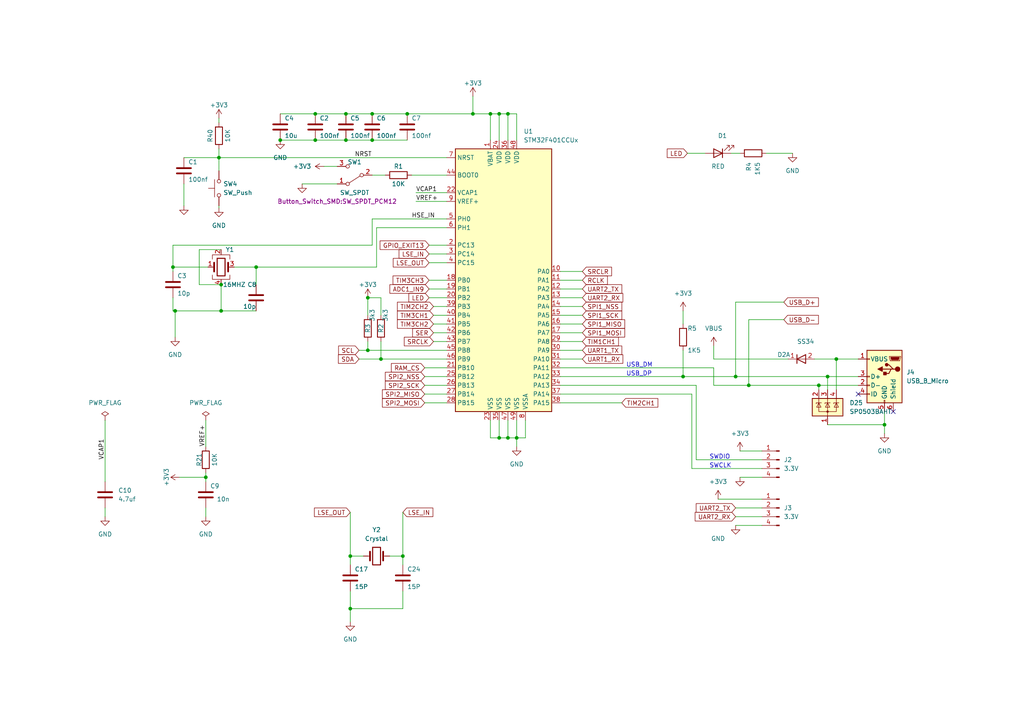
<source format=kicad_sch>
(kicad_sch (version 20211123) (generator eeschema)

  (uuid 2fbd17f5-5b7b-4bc1-b272-267aa54b6bf1)

  (paper "A4")

  (title_block
    (title "Robotic navigation system ")
    (date "2/26/2022")
    (company "Solarwind robotics")
  )

  (lib_symbols
    (symbol "Connector:Conn_01x04_Male" (pin_names (offset 1.016) hide) (in_bom yes) (on_board yes)
      (property "Reference" "J" (id 0) (at 0 5.08 0)
        (effects (font (size 1.27 1.27)))
      )
      (property "Value" "Conn_01x04_Male" (id 1) (at 0 -7.62 0)
        (effects (font (size 1.27 1.27)))
      )
      (property "Footprint" "" (id 2) (at 0 0 0)
        (effects (font (size 1.27 1.27)) hide)
      )
      (property "Datasheet" "~" (id 3) (at 0 0 0)
        (effects (font (size 1.27 1.27)) hide)
      )
      (property "ki_keywords" "connector" (id 4) (at 0 0 0)
        (effects (font (size 1.27 1.27)) hide)
      )
      (property "ki_description" "Generic connector, single row, 01x04, script generated (kicad-library-utils/schlib/autogen/connector/)" (id 5) (at 0 0 0)
        (effects (font (size 1.27 1.27)) hide)
      )
      (property "ki_fp_filters" "Connector*:*_1x??_*" (id 6) (at 0 0 0)
        (effects (font (size 1.27 1.27)) hide)
      )
      (symbol "Conn_01x04_Male_1_1"
        (polyline
          (pts
            (xy 1.27 -5.08)
            (xy 0.8636 -5.08)
          )
          (stroke (width 0.1524) (type default) (color 0 0 0 0))
          (fill (type none))
        )
        (polyline
          (pts
            (xy 1.27 -2.54)
            (xy 0.8636 -2.54)
          )
          (stroke (width 0.1524) (type default) (color 0 0 0 0))
          (fill (type none))
        )
        (polyline
          (pts
            (xy 1.27 0)
            (xy 0.8636 0)
          )
          (stroke (width 0.1524) (type default) (color 0 0 0 0))
          (fill (type none))
        )
        (polyline
          (pts
            (xy 1.27 2.54)
            (xy 0.8636 2.54)
          )
          (stroke (width 0.1524) (type default) (color 0 0 0 0))
          (fill (type none))
        )
        (rectangle (start 0.8636 -4.953) (end 0 -5.207)
          (stroke (width 0.1524) (type default) (color 0 0 0 0))
          (fill (type outline))
        )
        (rectangle (start 0.8636 -2.413) (end 0 -2.667)
          (stroke (width 0.1524) (type default) (color 0 0 0 0))
          (fill (type outline))
        )
        (rectangle (start 0.8636 0.127) (end 0 -0.127)
          (stroke (width 0.1524) (type default) (color 0 0 0 0))
          (fill (type outline))
        )
        (rectangle (start 0.8636 2.667) (end 0 2.413)
          (stroke (width 0.1524) (type default) (color 0 0 0 0))
          (fill (type outline))
        )
        (pin passive line (at 5.08 2.54 180) (length 3.81)
          (name "Pin_1" (effects (font (size 1.27 1.27))))
          (number "1" (effects (font (size 1.27 1.27))))
        )
        (pin passive line (at 5.08 0 180) (length 3.81)
          (name "Pin_2" (effects (font (size 1.27 1.27))))
          (number "2" (effects (font (size 1.27 1.27))))
        )
        (pin passive line (at 5.08 -2.54 180) (length 3.81)
          (name "Pin_3" (effects (font (size 1.27 1.27))))
          (number "3" (effects (font (size 1.27 1.27))))
        )
        (pin passive line (at 5.08 -5.08 180) (length 3.81)
          (name "Pin_4" (effects (font (size 1.27 1.27))))
          (number "4" (effects (font (size 1.27 1.27))))
        )
      )
    )
    (symbol "Connector:USB_B_Micro" (pin_names (offset 1.016)) (in_bom yes) (on_board yes)
      (property "Reference" "J" (id 0) (at -5.08 11.43 0)
        (effects (font (size 1.27 1.27)) (justify left))
      )
      (property "Value" "USB_B_Micro" (id 1) (at -5.08 8.89 0)
        (effects (font (size 1.27 1.27)) (justify left))
      )
      (property "Footprint" "" (id 2) (at 3.81 -1.27 0)
        (effects (font (size 1.27 1.27)) hide)
      )
      (property "Datasheet" "~" (id 3) (at 3.81 -1.27 0)
        (effects (font (size 1.27 1.27)) hide)
      )
      (property "ki_keywords" "connector USB micro" (id 4) (at 0 0 0)
        (effects (font (size 1.27 1.27)) hide)
      )
      (property "ki_description" "USB Micro Type B connector" (id 5) (at 0 0 0)
        (effects (font (size 1.27 1.27)) hide)
      )
      (property "ki_fp_filters" "USB*" (id 6) (at 0 0 0)
        (effects (font (size 1.27 1.27)) hide)
      )
      (symbol "USB_B_Micro_0_1"
        (rectangle (start -5.08 -7.62) (end 5.08 7.62)
          (stroke (width 0.254) (type default) (color 0 0 0 0))
          (fill (type background))
        )
        (circle (center -3.81 2.159) (radius 0.635)
          (stroke (width 0.254) (type default) (color 0 0 0 0))
          (fill (type outline))
        )
        (circle (center -0.635 3.429) (radius 0.381)
          (stroke (width 0.254) (type default) (color 0 0 0 0))
          (fill (type outline))
        )
        (rectangle (start -0.127 -7.62) (end 0.127 -6.858)
          (stroke (width 0) (type default) (color 0 0 0 0))
          (fill (type none))
        )
        (polyline
          (pts
            (xy -1.905 2.159)
            (xy 0.635 2.159)
          )
          (stroke (width 0.254) (type default) (color 0 0 0 0))
          (fill (type none))
        )
        (polyline
          (pts
            (xy -3.175 2.159)
            (xy -2.54 2.159)
            (xy -1.27 3.429)
            (xy -0.635 3.429)
          )
          (stroke (width 0.254) (type default) (color 0 0 0 0))
          (fill (type none))
        )
        (polyline
          (pts
            (xy -2.54 2.159)
            (xy -1.905 2.159)
            (xy -1.27 0.889)
            (xy 0 0.889)
          )
          (stroke (width 0.254) (type default) (color 0 0 0 0))
          (fill (type none))
        )
        (polyline
          (pts
            (xy 0.635 2.794)
            (xy 0.635 1.524)
            (xy 1.905 2.159)
            (xy 0.635 2.794)
          )
          (stroke (width 0.254) (type default) (color 0 0 0 0))
          (fill (type outline))
        )
        (polyline
          (pts
            (xy -4.318 5.588)
            (xy -1.778 5.588)
            (xy -2.032 4.826)
            (xy -4.064 4.826)
            (xy -4.318 5.588)
          )
          (stroke (width 0) (type default) (color 0 0 0 0))
          (fill (type outline))
        )
        (polyline
          (pts
            (xy -4.699 5.842)
            (xy -4.699 5.588)
            (xy -4.445 4.826)
            (xy -4.445 4.572)
            (xy -1.651 4.572)
            (xy -1.651 4.826)
            (xy -1.397 5.588)
            (xy -1.397 5.842)
            (xy -4.699 5.842)
          )
          (stroke (width 0) (type default) (color 0 0 0 0))
          (fill (type none))
        )
        (rectangle (start 0.254 1.27) (end -0.508 0.508)
          (stroke (width 0.254) (type default) (color 0 0 0 0))
          (fill (type outline))
        )
        (rectangle (start 5.08 -5.207) (end 4.318 -4.953)
          (stroke (width 0) (type default) (color 0 0 0 0))
          (fill (type none))
        )
        (rectangle (start 5.08 -2.667) (end 4.318 -2.413)
          (stroke (width 0) (type default) (color 0 0 0 0))
          (fill (type none))
        )
        (rectangle (start 5.08 -0.127) (end 4.318 0.127)
          (stroke (width 0) (type default) (color 0 0 0 0))
          (fill (type none))
        )
        (rectangle (start 5.08 4.953) (end 4.318 5.207)
          (stroke (width 0) (type default) (color 0 0 0 0))
          (fill (type none))
        )
      )
      (symbol "USB_B_Micro_1_1"
        (pin power_out line (at 7.62 5.08 180) (length 2.54)
          (name "VBUS" (effects (font (size 1.27 1.27))))
          (number "1" (effects (font (size 1.27 1.27))))
        )
        (pin bidirectional line (at 7.62 -2.54 180) (length 2.54)
          (name "D-" (effects (font (size 1.27 1.27))))
          (number "2" (effects (font (size 1.27 1.27))))
        )
        (pin bidirectional line (at 7.62 0 180) (length 2.54)
          (name "D+" (effects (font (size 1.27 1.27))))
          (number "3" (effects (font (size 1.27 1.27))))
        )
        (pin passive line (at 7.62 -5.08 180) (length 2.54)
          (name "ID" (effects (font (size 1.27 1.27))))
          (number "4" (effects (font (size 1.27 1.27))))
        )
        (pin power_out line (at 0 -10.16 90) (length 2.54)
          (name "GND" (effects (font (size 1.27 1.27))))
          (number "5" (effects (font (size 1.27 1.27))))
        )
        (pin passive line (at -2.54 -10.16 90) (length 2.54)
          (name "Shield" (effects (font (size 1.27 1.27))))
          (number "6" (effects (font (size 1.27 1.27))))
        )
      )
    )
    (symbol "Device:C" (pin_numbers hide) (pin_names (offset 0.254)) (in_bom yes) (on_board yes)
      (property "Reference" "C" (id 0) (at 0.635 2.54 0)
        (effects (font (size 1.27 1.27)) (justify left))
      )
      (property "Value" "C" (id 1) (at 0.635 -2.54 0)
        (effects (font (size 1.27 1.27)) (justify left))
      )
      (property "Footprint" "" (id 2) (at 0.9652 -3.81 0)
        (effects (font (size 1.27 1.27)) hide)
      )
      (property "Datasheet" "~" (id 3) (at 0 0 0)
        (effects (font (size 1.27 1.27)) hide)
      )
      (property "ki_keywords" "cap capacitor" (id 4) (at 0 0 0)
        (effects (font (size 1.27 1.27)) hide)
      )
      (property "ki_description" "Unpolarized capacitor" (id 5) (at 0 0 0)
        (effects (font (size 1.27 1.27)) hide)
      )
      (property "ki_fp_filters" "C_*" (id 6) (at 0 0 0)
        (effects (font (size 1.27 1.27)) hide)
      )
      (symbol "C_0_1"
        (polyline
          (pts
            (xy -2.032 -0.762)
            (xy 2.032 -0.762)
          )
          (stroke (width 0.508) (type default) (color 0 0 0 0))
          (fill (type none))
        )
        (polyline
          (pts
            (xy -2.032 0.762)
            (xy 2.032 0.762)
          )
          (stroke (width 0.508) (type default) (color 0 0 0 0))
          (fill (type none))
        )
      )
      (symbol "C_1_1"
        (pin passive line (at 0 3.81 270) (length 2.794)
          (name "~" (effects (font (size 1.27 1.27))))
          (number "1" (effects (font (size 1.27 1.27))))
        )
        (pin passive line (at 0 -3.81 90) (length 2.794)
          (name "~" (effects (font (size 1.27 1.27))))
          (number "2" (effects (font (size 1.27 1.27))))
        )
      )
    )
    (symbol "Device:Crystal" (pin_numbers hide) (pin_names (offset 1.016) hide) (in_bom yes) (on_board yes)
      (property "Reference" "Y" (id 0) (at 0 3.81 0)
        (effects (font (size 1.27 1.27)))
      )
      (property "Value" "Crystal" (id 1) (at 0 -3.81 0)
        (effects (font (size 1.27 1.27)))
      )
      (property "Footprint" "" (id 2) (at 0 0 0)
        (effects (font (size 1.27 1.27)) hide)
      )
      (property "Datasheet" "~" (id 3) (at 0 0 0)
        (effects (font (size 1.27 1.27)) hide)
      )
      (property "ki_keywords" "quartz ceramic resonator oscillator" (id 4) (at 0 0 0)
        (effects (font (size 1.27 1.27)) hide)
      )
      (property "ki_description" "Two pin crystal" (id 5) (at 0 0 0)
        (effects (font (size 1.27 1.27)) hide)
      )
      (property "ki_fp_filters" "Crystal*" (id 6) (at 0 0 0)
        (effects (font (size 1.27 1.27)) hide)
      )
      (symbol "Crystal_0_1"
        (rectangle (start -1.143 2.54) (end 1.143 -2.54)
          (stroke (width 0.3048) (type default) (color 0 0 0 0))
          (fill (type none))
        )
        (polyline
          (pts
            (xy -2.54 0)
            (xy -1.905 0)
          )
          (stroke (width 0) (type default) (color 0 0 0 0))
          (fill (type none))
        )
        (polyline
          (pts
            (xy -1.905 -1.27)
            (xy -1.905 1.27)
          )
          (stroke (width 0.508) (type default) (color 0 0 0 0))
          (fill (type none))
        )
        (polyline
          (pts
            (xy 1.905 -1.27)
            (xy 1.905 1.27)
          )
          (stroke (width 0.508) (type default) (color 0 0 0 0))
          (fill (type none))
        )
        (polyline
          (pts
            (xy 2.54 0)
            (xy 1.905 0)
          )
          (stroke (width 0) (type default) (color 0 0 0 0))
          (fill (type none))
        )
      )
      (symbol "Crystal_1_1"
        (pin passive line (at -3.81 0 0) (length 1.27)
          (name "1" (effects (font (size 1.27 1.27))))
          (number "1" (effects (font (size 1.27 1.27))))
        )
        (pin passive line (at 3.81 0 180) (length 1.27)
          (name "2" (effects (font (size 1.27 1.27))))
          (number "2" (effects (font (size 1.27 1.27))))
        )
      )
    )
    (symbol "Device:Crystal_GND24" (pin_names (offset 1.016) hide) (in_bom yes) (on_board yes)
      (property "Reference" "Y" (id 0) (at 3.175 5.08 0)
        (effects (font (size 1.27 1.27)) (justify left))
      )
      (property "Value" "Crystal_GND24" (id 1) (at 3.175 3.175 0)
        (effects (font (size 1.27 1.27)) (justify left))
      )
      (property "Footprint" "" (id 2) (at 0 0 0)
        (effects (font (size 1.27 1.27)) hide)
      )
      (property "Datasheet" "~" (id 3) (at 0 0 0)
        (effects (font (size 1.27 1.27)) hide)
      )
      (property "ki_keywords" "quartz ceramic resonator oscillator" (id 4) (at 0 0 0)
        (effects (font (size 1.27 1.27)) hide)
      )
      (property "ki_description" "Four pin crystal, GND on pins 2 and 4" (id 5) (at 0 0 0)
        (effects (font (size 1.27 1.27)) hide)
      )
      (property "ki_fp_filters" "Crystal*" (id 6) (at 0 0 0)
        (effects (font (size 1.27 1.27)) hide)
      )
      (symbol "Crystal_GND24_0_1"
        (rectangle (start -1.143 2.54) (end 1.143 -2.54)
          (stroke (width 0.3048) (type default) (color 0 0 0 0))
          (fill (type none))
        )
        (polyline
          (pts
            (xy -2.54 0)
            (xy -2.032 0)
          )
          (stroke (width 0) (type default) (color 0 0 0 0))
          (fill (type none))
        )
        (polyline
          (pts
            (xy -2.032 -1.27)
            (xy -2.032 1.27)
          )
          (stroke (width 0.508) (type default) (color 0 0 0 0))
          (fill (type none))
        )
        (polyline
          (pts
            (xy 0 -3.81)
            (xy 0 -3.556)
          )
          (stroke (width 0) (type default) (color 0 0 0 0))
          (fill (type none))
        )
        (polyline
          (pts
            (xy 0 3.556)
            (xy 0 3.81)
          )
          (stroke (width 0) (type default) (color 0 0 0 0))
          (fill (type none))
        )
        (polyline
          (pts
            (xy 2.032 -1.27)
            (xy 2.032 1.27)
          )
          (stroke (width 0.508) (type default) (color 0 0 0 0))
          (fill (type none))
        )
        (polyline
          (pts
            (xy 2.032 0)
            (xy 2.54 0)
          )
          (stroke (width 0) (type default) (color 0 0 0 0))
          (fill (type none))
        )
        (polyline
          (pts
            (xy -2.54 -2.286)
            (xy -2.54 -3.556)
            (xy 2.54 -3.556)
            (xy 2.54 -2.286)
          )
          (stroke (width 0) (type default) (color 0 0 0 0))
          (fill (type none))
        )
        (polyline
          (pts
            (xy -2.54 2.286)
            (xy -2.54 3.556)
            (xy 2.54 3.556)
            (xy 2.54 2.286)
          )
          (stroke (width 0) (type default) (color 0 0 0 0))
          (fill (type none))
        )
      )
      (symbol "Crystal_GND24_1_1"
        (pin passive line (at -3.81 0 0) (length 1.27)
          (name "1" (effects (font (size 1.27 1.27))))
          (number "1" (effects (font (size 1.27 1.27))))
        )
        (pin passive line (at 0 5.08 270) (length 1.27)
          (name "2" (effects (font (size 1.27 1.27))))
          (number "2" (effects (font (size 1.27 1.27))))
        )
        (pin passive line (at 3.81 0 180) (length 1.27)
          (name "3" (effects (font (size 1.27 1.27))))
          (number "3" (effects (font (size 1.27 1.27))))
        )
        (pin passive line (at 0 -5.08 90) (length 1.27)
          (name "4" (effects (font (size 1.27 1.27))))
          (number "4" (effects (font (size 1.27 1.27))))
        )
      )
    )
    (symbol "Device:D_Dual_Series_CAK_Split" (pin_names (offset 0.762) hide) (in_bom yes) (on_board yes)
      (property "Reference" "D" (id 0) (at 0 2.54 0)
        (effects (font (size 1.27 1.27)))
      )
      (property "Value" "D_Dual_Series_CAK_Split" (id 1) (at 0 -2.54 0)
        (effects (font (size 1.27 1.27)))
      )
      (property "Footprint" "" (id 2) (at -2.54 -2.54 0)
        (effects (font (size 1.27 1.27)) hide)
      )
      (property "Datasheet" "~" (id 3) (at -2.54 -2.54 0)
        (effects (font (size 1.27 1.27)) hide)
      )
      (property "ki_locked" "" (id 4) (at 0 0 0)
        (effects (font (size 1.27 1.27)))
      )
      (property "ki_keywords" "diode" (id 5) (at 0 0 0)
        (effects (font (size 1.27 1.27)) hide)
      )
      (property "ki_description" "Dual diode, center/anode/cathode" (id 6) (at 0 0 0)
        (effects (font (size 1.27 1.27)) hide)
      )
      (symbol "D_Dual_Series_CAK_Split_0_0"
        (polyline
          (pts
            (xy 1.27 1.27)
            (xy 1.27 -1.27)
          )
          (stroke (width 0.254) (type default) (color 0 0 0 0))
          (fill (type none))
        )
      )
      (symbol "D_Dual_Series_CAK_Split_0_1"
        (polyline
          (pts
            (xy -1.27 1.27)
            (xy 1.27 0)
            (xy -1.27 -1.27)
            (xy -1.27 1.27)
            (xy -1.27 1.27)
            (xy -1.27 1.27)
          )
          (stroke (width 0.254) (type default) (color 0 0 0 0))
          (fill (type none))
        )
      )
      (symbol "D_Dual_Series_CAK_Split_1_1"
        (polyline
          (pts
            (xy 1.27 0)
            (xy -1.27 0)
          )
          (stroke (width 0) (type default) (color 0 0 0 0))
          (fill (type none))
        )
        (pin passive line (at 3.81 0 180) (length 2.54)
          (name "K" (effects (font (size 1.27 1.27))))
          (number "1" (effects (font (size 1.27 1.27))))
        )
        (pin passive line (at -3.81 0 0) (length 2.54)
          (name "A" (effects (font (size 1.27 1.27))))
          (number "2" (effects (font (size 1.27 1.27))))
        )
      )
      (symbol "D_Dual_Series_CAK_Split_2_0"
        (polyline
          (pts
            (xy 1.27 0)
            (xy -3.81 0)
          )
          (stroke (width 0) (type default) (color 0 0 0 0))
          (fill (type none))
        )
        (text "1" (at -2.54 1.27 0)
          (effects (font (size 1.27 1.27)))
        )
      )
      (symbol "D_Dual_Series_CAK_Split_2_1"
        (pin passive line (at 3.81 0 180) (length 2.54)
          (name "K" (effects (font (size 1.27 1.27))))
          (number "3" (effects (font (size 1.27 1.27))))
        )
      )
    )
    (symbol "Device:LED" (pin_numbers hide) (pin_names (offset 1.016) hide) (in_bom yes) (on_board yes)
      (property "Reference" "D" (id 0) (at 0 2.54 0)
        (effects (font (size 1.27 1.27)))
      )
      (property "Value" "LED" (id 1) (at 0 -2.54 0)
        (effects (font (size 1.27 1.27)))
      )
      (property "Footprint" "" (id 2) (at 0 0 0)
        (effects (font (size 1.27 1.27)) hide)
      )
      (property "Datasheet" "~" (id 3) (at 0 0 0)
        (effects (font (size 1.27 1.27)) hide)
      )
      (property "ki_keywords" "LED diode" (id 4) (at 0 0 0)
        (effects (font (size 1.27 1.27)) hide)
      )
      (property "ki_description" "Light emitting diode" (id 5) (at 0 0 0)
        (effects (font (size 1.27 1.27)) hide)
      )
      (property "ki_fp_filters" "LED* LED_SMD:* LED_THT:*" (id 6) (at 0 0 0)
        (effects (font (size 1.27 1.27)) hide)
      )
      (symbol "LED_0_1"
        (polyline
          (pts
            (xy -1.27 -1.27)
            (xy -1.27 1.27)
          )
          (stroke (width 0.254) (type default) (color 0 0 0 0))
          (fill (type none))
        )
        (polyline
          (pts
            (xy -1.27 0)
            (xy 1.27 0)
          )
          (stroke (width 0) (type default) (color 0 0 0 0))
          (fill (type none))
        )
        (polyline
          (pts
            (xy 1.27 -1.27)
            (xy 1.27 1.27)
            (xy -1.27 0)
            (xy 1.27 -1.27)
          )
          (stroke (width 0.254) (type default) (color 0 0 0 0))
          (fill (type none))
        )
        (polyline
          (pts
            (xy -3.048 -0.762)
            (xy -4.572 -2.286)
            (xy -3.81 -2.286)
            (xy -4.572 -2.286)
            (xy -4.572 -1.524)
          )
          (stroke (width 0) (type default) (color 0 0 0 0))
          (fill (type none))
        )
        (polyline
          (pts
            (xy -1.778 -0.762)
            (xy -3.302 -2.286)
            (xy -2.54 -2.286)
            (xy -3.302 -2.286)
            (xy -3.302 -1.524)
          )
          (stroke (width 0) (type default) (color 0 0 0 0))
          (fill (type none))
        )
      )
      (symbol "LED_1_1"
        (pin passive line (at -3.81 0 0) (length 2.54)
          (name "K" (effects (font (size 1.27 1.27))))
          (number "1" (effects (font (size 1.27 1.27))))
        )
        (pin passive line (at 3.81 0 180) (length 2.54)
          (name "A" (effects (font (size 1.27 1.27))))
          (number "2" (effects (font (size 1.27 1.27))))
        )
      )
    )
    (symbol "Device:R" (pin_numbers hide) (pin_names (offset 0)) (in_bom yes) (on_board yes)
      (property "Reference" "R" (id 0) (at 2.032 0 90)
        (effects (font (size 1.27 1.27)))
      )
      (property "Value" "R" (id 1) (at 0 0 90)
        (effects (font (size 1.27 1.27)))
      )
      (property "Footprint" "" (id 2) (at -1.778 0 90)
        (effects (font (size 1.27 1.27)) hide)
      )
      (property "Datasheet" "~" (id 3) (at 0 0 0)
        (effects (font (size 1.27 1.27)) hide)
      )
      (property "ki_keywords" "R res resistor" (id 4) (at 0 0 0)
        (effects (font (size 1.27 1.27)) hide)
      )
      (property "ki_description" "Resistor" (id 5) (at 0 0 0)
        (effects (font (size 1.27 1.27)) hide)
      )
      (property "ki_fp_filters" "R_*" (id 6) (at 0 0 0)
        (effects (font (size 1.27 1.27)) hide)
      )
      (symbol "R_0_1"
        (rectangle (start -1.016 -2.54) (end 1.016 2.54)
          (stroke (width 0.254) (type default) (color 0 0 0 0))
          (fill (type none))
        )
      )
      (symbol "R_1_1"
        (pin passive line (at 0 3.81 270) (length 1.27)
          (name "~" (effects (font (size 1.27 1.27))))
          (number "1" (effects (font (size 1.27 1.27))))
        )
        (pin passive line (at 0 -3.81 90) (length 1.27)
          (name "~" (effects (font (size 1.27 1.27))))
          (number "2" (effects (font (size 1.27 1.27))))
        )
      )
    )
    (symbol "MCU_ST_STM32F4:STM32F401CCUx" (in_bom yes) (on_board yes)
      (property "Reference" "U" (id 0) (at -15.24 39.37 0)
        (effects (font (size 1.27 1.27)) (justify left))
      )
      (property "Value" "STM32F401CCUx" (id 1) (at 5.08 39.37 0)
        (effects (font (size 1.27 1.27)) (justify left))
      )
      (property "Footprint" "Package_DFN_QFN:QFN-48-1EP_7x7mm_P0.5mm_EP5.6x5.6mm" (id 2) (at -15.24 -38.1 0)
        (effects (font (size 1.27 1.27)) (justify right) hide)
      )
      (property "Datasheet" "http://www.st.com/st-web-ui/static/active/en/resource/technical/document/datasheet/DM00086815.pdf" (id 3) (at 0 0 0)
        (effects (font (size 1.27 1.27)) hide)
      )
      (property "ki_keywords" "ARM Cortex-M4 STM32F4 STM32F401" (id 4) (at 0 0 0)
        (effects (font (size 1.27 1.27)) hide)
      )
      (property "ki_description" "ARM Cortex-M4 MCU, 256KB flash, 64KB RAM, 84MHz, 1.7-3.6V, 36 GPIO, UFQFPN-48" (id 5) (at 0 0 0)
        (effects (font (size 1.27 1.27)) hide)
      )
      (property "ki_fp_filters" "QFN*1EP*7x7mm*P0.5mm*" (id 6) (at 0 0 0)
        (effects (font (size 1.27 1.27)) hide)
      )
      (symbol "STM32F401CCUx_0_1"
        (rectangle (start -15.24 -38.1) (end 12.7 38.1)
          (stroke (width 0.254) (type default) (color 0 0 0 0))
          (fill (type background))
        )
      )
      (symbol "STM32F401CCUx_1_1"
        (pin power_in line (at -5.08 40.64 270) (length 2.54)
          (name "VBAT" (effects (font (size 1.27 1.27))))
          (number "1" (effects (font (size 1.27 1.27))))
        )
        (pin bidirectional line (at 15.24 2.54 180) (length 2.54)
          (name "PA0" (effects (font (size 1.27 1.27))))
          (number "10" (effects (font (size 1.27 1.27))))
        )
        (pin bidirectional line (at 15.24 0 180) (length 2.54)
          (name "PA1" (effects (font (size 1.27 1.27))))
          (number "11" (effects (font (size 1.27 1.27))))
        )
        (pin bidirectional line (at 15.24 -2.54 180) (length 2.54)
          (name "PA2" (effects (font (size 1.27 1.27))))
          (number "12" (effects (font (size 1.27 1.27))))
        )
        (pin bidirectional line (at 15.24 -5.08 180) (length 2.54)
          (name "PA3" (effects (font (size 1.27 1.27))))
          (number "13" (effects (font (size 1.27 1.27))))
        )
        (pin bidirectional line (at 15.24 -7.62 180) (length 2.54)
          (name "PA4" (effects (font (size 1.27 1.27))))
          (number "14" (effects (font (size 1.27 1.27))))
        )
        (pin bidirectional line (at 15.24 -10.16 180) (length 2.54)
          (name "PA5" (effects (font (size 1.27 1.27))))
          (number "15" (effects (font (size 1.27 1.27))))
        )
        (pin bidirectional line (at 15.24 -12.7 180) (length 2.54)
          (name "PA6" (effects (font (size 1.27 1.27))))
          (number "16" (effects (font (size 1.27 1.27))))
        )
        (pin bidirectional line (at 15.24 -15.24 180) (length 2.54)
          (name "PA7" (effects (font (size 1.27 1.27))))
          (number "17" (effects (font (size 1.27 1.27))))
        )
        (pin bidirectional line (at -17.78 0 0) (length 2.54)
          (name "PB0" (effects (font (size 1.27 1.27))))
          (number "18" (effects (font (size 1.27 1.27))))
        )
        (pin bidirectional line (at -17.78 -2.54 0) (length 2.54)
          (name "PB1" (effects (font (size 1.27 1.27))))
          (number "19" (effects (font (size 1.27 1.27))))
        )
        (pin bidirectional line (at -17.78 10.16 0) (length 2.54)
          (name "PC13" (effects (font (size 1.27 1.27))))
          (number "2" (effects (font (size 1.27 1.27))))
        )
        (pin bidirectional line (at -17.78 -5.08 0) (length 2.54)
          (name "PB2" (effects (font (size 1.27 1.27))))
          (number "20" (effects (font (size 1.27 1.27))))
        )
        (pin bidirectional line (at -17.78 -25.4 0) (length 2.54)
          (name "PB10" (effects (font (size 1.27 1.27))))
          (number "21" (effects (font (size 1.27 1.27))))
        )
        (pin power_in line (at -17.78 25.4 0) (length 2.54)
          (name "VCAP1" (effects (font (size 1.27 1.27))))
          (number "22" (effects (font (size 1.27 1.27))))
        )
        (pin power_in line (at -5.08 -40.64 90) (length 2.54)
          (name "VSS" (effects (font (size 1.27 1.27))))
          (number "23" (effects (font (size 1.27 1.27))))
        )
        (pin power_in line (at -2.54 40.64 270) (length 2.54)
          (name "VDD" (effects (font (size 1.27 1.27))))
          (number "24" (effects (font (size 1.27 1.27))))
        )
        (pin bidirectional line (at -17.78 -27.94 0) (length 2.54)
          (name "PB12" (effects (font (size 1.27 1.27))))
          (number "25" (effects (font (size 1.27 1.27))))
        )
        (pin bidirectional line (at -17.78 -30.48 0) (length 2.54)
          (name "PB13" (effects (font (size 1.27 1.27))))
          (number "26" (effects (font (size 1.27 1.27))))
        )
        (pin bidirectional line (at -17.78 -33.02 0) (length 2.54)
          (name "PB14" (effects (font (size 1.27 1.27))))
          (number "27" (effects (font (size 1.27 1.27))))
        )
        (pin bidirectional line (at -17.78 -35.56 0) (length 2.54)
          (name "PB15" (effects (font (size 1.27 1.27))))
          (number "28" (effects (font (size 1.27 1.27))))
        )
        (pin bidirectional line (at 15.24 -17.78 180) (length 2.54)
          (name "PA8" (effects (font (size 1.27 1.27))))
          (number "29" (effects (font (size 1.27 1.27))))
        )
        (pin bidirectional line (at -17.78 7.62 0) (length 2.54)
          (name "PC14" (effects (font (size 1.27 1.27))))
          (number "3" (effects (font (size 1.27 1.27))))
        )
        (pin bidirectional line (at 15.24 -20.32 180) (length 2.54)
          (name "PA9" (effects (font (size 1.27 1.27))))
          (number "30" (effects (font (size 1.27 1.27))))
        )
        (pin bidirectional line (at 15.24 -22.86 180) (length 2.54)
          (name "PA10" (effects (font (size 1.27 1.27))))
          (number "31" (effects (font (size 1.27 1.27))))
        )
        (pin bidirectional line (at 15.24 -25.4 180) (length 2.54)
          (name "PA11" (effects (font (size 1.27 1.27))))
          (number "32" (effects (font (size 1.27 1.27))))
        )
        (pin bidirectional line (at 15.24 -27.94 180) (length 2.54)
          (name "PA12" (effects (font (size 1.27 1.27))))
          (number "33" (effects (font (size 1.27 1.27))))
        )
        (pin bidirectional line (at 15.24 -30.48 180) (length 2.54)
          (name "PA13" (effects (font (size 1.27 1.27))))
          (number "34" (effects (font (size 1.27 1.27))))
        )
        (pin power_in line (at -2.54 -40.64 90) (length 2.54)
          (name "VSS" (effects (font (size 1.27 1.27))))
          (number "35" (effects (font (size 1.27 1.27))))
        )
        (pin power_in line (at 0 40.64 270) (length 2.54)
          (name "VDD" (effects (font (size 1.27 1.27))))
          (number "36" (effects (font (size 1.27 1.27))))
        )
        (pin bidirectional line (at 15.24 -33.02 180) (length 2.54)
          (name "PA14" (effects (font (size 1.27 1.27))))
          (number "37" (effects (font (size 1.27 1.27))))
        )
        (pin bidirectional line (at 15.24 -35.56 180) (length 2.54)
          (name "PA15" (effects (font (size 1.27 1.27))))
          (number "38" (effects (font (size 1.27 1.27))))
        )
        (pin bidirectional line (at -17.78 -7.62 0) (length 2.54)
          (name "PB3" (effects (font (size 1.27 1.27))))
          (number "39" (effects (font (size 1.27 1.27))))
        )
        (pin bidirectional line (at -17.78 5.08 0) (length 2.54)
          (name "PC15" (effects (font (size 1.27 1.27))))
          (number "4" (effects (font (size 1.27 1.27))))
        )
        (pin bidirectional line (at -17.78 -10.16 0) (length 2.54)
          (name "PB4" (effects (font (size 1.27 1.27))))
          (number "40" (effects (font (size 1.27 1.27))))
        )
        (pin bidirectional line (at -17.78 -12.7 0) (length 2.54)
          (name "PB5" (effects (font (size 1.27 1.27))))
          (number "41" (effects (font (size 1.27 1.27))))
        )
        (pin bidirectional line (at -17.78 -15.24 0) (length 2.54)
          (name "PB6" (effects (font (size 1.27 1.27))))
          (number "42" (effects (font (size 1.27 1.27))))
        )
        (pin bidirectional line (at -17.78 -17.78 0) (length 2.54)
          (name "PB7" (effects (font (size 1.27 1.27))))
          (number "43" (effects (font (size 1.27 1.27))))
        )
        (pin input line (at -17.78 30.48 0) (length 2.54)
          (name "BOOT0" (effects (font (size 1.27 1.27))))
          (number "44" (effects (font (size 1.27 1.27))))
        )
        (pin bidirectional line (at -17.78 -20.32 0) (length 2.54)
          (name "PB8" (effects (font (size 1.27 1.27))))
          (number "45" (effects (font (size 1.27 1.27))))
        )
        (pin bidirectional line (at -17.78 -22.86 0) (length 2.54)
          (name "PB9" (effects (font (size 1.27 1.27))))
          (number "46" (effects (font (size 1.27 1.27))))
        )
        (pin power_in line (at 0 -40.64 90) (length 2.54)
          (name "VSS" (effects (font (size 1.27 1.27))))
          (number "47" (effects (font (size 1.27 1.27))))
        )
        (pin power_in line (at 2.54 40.64 270) (length 2.54)
          (name "VDD" (effects (font (size 1.27 1.27))))
          (number "48" (effects (font (size 1.27 1.27))))
        )
        (pin power_in line (at 2.54 -40.64 90) (length 2.54)
          (name "VSS" (effects (font (size 1.27 1.27))))
          (number "49" (effects (font (size 1.27 1.27))))
        )
        (pin input line (at -17.78 17.78 0) (length 2.54)
          (name "PH0" (effects (font (size 1.27 1.27))))
          (number "5" (effects (font (size 1.27 1.27))))
        )
        (pin input line (at -17.78 15.24 0) (length 2.54)
          (name "PH1" (effects (font (size 1.27 1.27))))
          (number "6" (effects (font (size 1.27 1.27))))
        )
        (pin input line (at -17.78 35.56 0) (length 2.54)
          (name "NRST" (effects (font (size 1.27 1.27))))
          (number "7" (effects (font (size 1.27 1.27))))
        )
        (pin power_in line (at 5.08 -40.64 90) (length 2.54)
          (name "VSSA" (effects (font (size 1.27 1.27))))
          (number "8" (effects (font (size 1.27 1.27))))
        )
        (pin power_in line (at -17.78 22.86 0) (length 2.54)
          (name "VREF+" (effects (font (size 1.27 1.27))))
          (number "9" (effects (font (size 1.27 1.27))))
        )
      )
    )
    (symbol "Power_Protection:SP0503BAHT" (pin_names hide) (in_bom yes) (on_board yes)
      (property "Reference" "D" (id 0) (at 5.715 2.54 0)
        (effects (font (size 1.27 1.27)) (justify left))
      )
      (property "Value" "SP0503BAHT" (id 1) (at 5.715 0.635 0)
        (effects (font (size 1.27 1.27)) (justify left))
      )
      (property "Footprint" "Package_TO_SOT_SMD:SOT-143" (id 2) (at 5.715 -1.27 0)
        (effects (font (size 1.27 1.27)) (justify left) hide)
      )
      (property "Datasheet" "http://www.littelfuse.com/~/media/files/littelfuse/technical%20resources/documents/data%20sheets/sp05xxba.pdf" (id 3) (at 3.175 3.175 0)
        (effects (font (size 1.27 1.27)) hide)
      )
      (property "ki_keywords" "usb esd protection suppression transient" (id 4) (at 0 0 0)
        (effects (font (size 1.27 1.27)) hide)
      )
      (property "ki_description" "TVS Diode Array, 5.5V Standoff, 3 Channels, SOT-143 package" (id 5) (at 0 0 0)
        (effects (font (size 1.27 1.27)) hide)
      )
      (property "ki_fp_filters" "SOT?143*" (id 6) (at 0 0 0)
        (effects (font (size 1.27 1.27)) hide)
      )
      (symbol "SP0503BAHT_0_0"
        (pin passive line (at 0 -5.08 90) (length 2.54)
          (name "A" (effects (font (size 1.27 1.27))))
          (number "1" (effects (font (size 1.27 1.27))))
        )
      )
      (symbol "SP0503BAHT_0_1"
        (rectangle (start -4.445 2.54) (end 4.445 -2.54)
          (stroke (width 0.254) (type default) (color 0 0 0 0))
          (fill (type background))
        )
        (circle (center 0 -1.27) (radius 0.254)
          (stroke (width 0) (type default) (color 0 0 0 0))
          (fill (type outline))
        )
        (polyline
          (pts
            (xy -2.54 2.54)
            (xy -2.54 1.27)
          )
          (stroke (width 0) (type default) (color 0 0 0 0))
          (fill (type none))
        )
        (polyline
          (pts
            (xy 0 -1.27)
            (xy 0 -2.54)
          )
          (stroke (width 0) (type default) (color 0 0 0 0))
          (fill (type none))
        )
        (polyline
          (pts
            (xy 0 -1.27)
            (xy 0 1.27)
          )
          (stroke (width 0) (type default) (color 0 0 0 0))
          (fill (type none))
        )
        (polyline
          (pts
            (xy 0 2.54)
            (xy 0 1.27)
          )
          (stroke (width 0) (type default) (color 0 0 0 0))
          (fill (type none))
        )
        (polyline
          (pts
            (xy 0.635 1.27)
            (xy 0.762 1.27)
          )
          (stroke (width 0) (type default) (color 0 0 0 0))
          (fill (type none))
        )
        (polyline
          (pts
            (xy 2.54 2.54)
            (xy 2.54 1.27)
          )
          (stroke (width 0) (type default) (color 0 0 0 0))
          (fill (type none))
        )
        (polyline
          (pts
            (xy 0.635 1.27)
            (xy -0.762 1.27)
            (xy -0.762 1.016)
          )
          (stroke (width 0) (type default) (color 0 0 0 0))
          (fill (type none))
        )
        (polyline
          (pts
            (xy -3.302 1.016)
            (xy -3.302 1.27)
            (xy -1.905 1.27)
            (xy -1.778 1.27)
          )
          (stroke (width 0) (type default) (color 0 0 0 0))
          (fill (type none))
        )
        (polyline
          (pts
            (xy -2.54 1.27)
            (xy -2.54 -1.27)
            (xy 2.54 -1.27)
            (xy 2.54 1.27)
          )
          (stroke (width 0) (type default) (color 0 0 0 0))
          (fill (type none))
        )
        (polyline
          (pts
            (xy -2.54 1.27)
            (xy -1.905 0)
            (xy -3.175 0)
            (xy -2.54 1.27)
          )
          (stroke (width 0) (type default) (color 0 0 0 0))
          (fill (type none))
        )
        (polyline
          (pts
            (xy 0.635 0)
            (xy -0.635 0)
            (xy 0 1.27)
            (xy 0.635 0)
          )
          (stroke (width 0) (type default) (color 0 0 0 0))
          (fill (type none))
        )
        (polyline
          (pts
            (xy 1.778 1.016)
            (xy 1.778 1.27)
            (xy 3.175 1.27)
            (xy 3.302 1.27)
          )
          (stroke (width 0) (type default) (color 0 0 0 0))
          (fill (type none))
        )
        (polyline
          (pts
            (xy 2.54 1.27)
            (xy 1.905 0)
            (xy 3.175 0)
            (xy 2.54 1.27)
          )
          (stroke (width 0) (type default) (color 0 0 0 0))
          (fill (type none))
        )
      )
      (symbol "SP0503BAHT_1_1"
        (pin passive line (at -2.54 5.08 270) (length 2.54)
          (name "K" (effects (font (size 1.27 1.27))))
          (number "2" (effects (font (size 1.27 1.27))))
        )
        (pin passive line (at 0 5.08 270) (length 2.54)
          (name "K" (effects (font (size 1.27 1.27))))
          (number "3" (effects (font (size 1.27 1.27))))
        )
        (pin passive line (at 2.54 5.08 270) (length 2.54)
          (name "K" (effects (font (size 1.27 1.27))))
          (number "4" (effects (font (size 1.27 1.27))))
        )
      )
    )
    (symbol "Switch:SW_Push" (pin_numbers hide) (pin_names (offset 1.016) hide) (in_bom yes) (on_board yes)
      (property "Reference" "SW" (id 0) (at 1.27 2.54 0)
        (effects (font (size 1.27 1.27)) (justify left))
      )
      (property "Value" "SW_Push" (id 1) (at 0 -1.524 0)
        (effects (font (size 1.27 1.27)))
      )
      (property "Footprint" "" (id 2) (at 0 5.08 0)
        (effects (font (size 1.27 1.27)) hide)
      )
      (property "Datasheet" "~" (id 3) (at 0 5.08 0)
        (effects (font (size 1.27 1.27)) hide)
      )
      (property "ki_keywords" "switch normally-open pushbutton push-button" (id 4) (at 0 0 0)
        (effects (font (size 1.27 1.27)) hide)
      )
      (property "ki_description" "Push button switch, generic, two pins" (id 5) (at 0 0 0)
        (effects (font (size 1.27 1.27)) hide)
      )
      (symbol "SW_Push_0_1"
        (circle (center -2.032 0) (radius 0.508)
          (stroke (width 0) (type default) (color 0 0 0 0))
          (fill (type none))
        )
        (polyline
          (pts
            (xy 0 1.27)
            (xy 0 3.048)
          )
          (stroke (width 0) (type default) (color 0 0 0 0))
          (fill (type none))
        )
        (polyline
          (pts
            (xy 2.54 1.27)
            (xy -2.54 1.27)
          )
          (stroke (width 0) (type default) (color 0 0 0 0))
          (fill (type none))
        )
        (circle (center 2.032 0) (radius 0.508)
          (stroke (width 0) (type default) (color 0 0 0 0))
          (fill (type none))
        )
        (pin passive line (at -5.08 0 0) (length 2.54)
          (name "1" (effects (font (size 1.27 1.27))))
          (number "1" (effects (font (size 1.27 1.27))))
        )
        (pin passive line (at 5.08 0 180) (length 2.54)
          (name "2" (effects (font (size 1.27 1.27))))
          (number "2" (effects (font (size 1.27 1.27))))
        )
      )
    )
    (symbol "Switch:SW_SPDT" (pin_names (offset 0) hide) (in_bom yes) (on_board yes)
      (property "Reference" "SW" (id 0) (at 0 4.318 0)
        (effects (font (size 1.27 1.27)))
      )
      (property "Value" "SW_SPDT" (id 1) (at 0 -5.08 0)
        (effects (font (size 1.27 1.27)))
      )
      (property "Footprint" "" (id 2) (at 0 0 0)
        (effects (font (size 1.27 1.27)) hide)
      )
      (property "Datasheet" "~" (id 3) (at 0 0 0)
        (effects (font (size 1.27 1.27)) hide)
      )
      (property "ki_keywords" "switch single-pole double-throw spdt ON-ON" (id 4) (at 0 0 0)
        (effects (font (size 1.27 1.27)) hide)
      )
      (property "ki_description" "Switch, single pole double throw" (id 5) (at 0 0 0)
        (effects (font (size 1.27 1.27)) hide)
      )
      (symbol "SW_SPDT_0_0"
        (circle (center -2.032 0) (radius 0.508)
          (stroke (width 0) (type default) (color 0 0 0 0))
          (fill (type none))
        )
        (circle (center 2.032 -2.54) (radius 0.508)
          (stroke (width 0) (type default) (color 0 0 0 0))
          (fill (type none))
        )
      )
      (symbol "SW_SPDT_0_1"
        (polyline
          (pts
            (xy -1.524 0.254)
            (xy 1.651 2.286)
          )
          (stroke (width 0) (type default) (color 0 0 0 0))
          (fill (type none))
        )
        (circle (center 2.032 2.54) (radius 0.508)
          (stroke (width 0) (type default) (color 0 0 0 0))
          (fill (type none))
        )
      )
      (symbol "SW_SPDT_1_1"
        (pin passive line (at 5.08 2.54 180) (length 2.54)
          (name "A" (effects (font (size 1.27 1.27))))
          (number "1" (effects (font (size 1.27 1.27))))
        )
        (pin passive line (at -5.08 0 0) (length 2.54)
          (name "B" (effects (font (size 1.27 1.27))))
          (number "2" (effects (font (size 1.27 1.27))))
        )
        (pin passive line (at 5.08 -2.54 180) (length 2.54)
          (name "C" (effects (font (size 1.27 1.27))))
          (number "3" (effects (font (size 1.27 1.27))))
        )
      )
    )
    (symbol "power:+3.3V" (power) (pin_names (offset 0)) (in_bom yes) (on_board yes)
      (property "Reference" "#PWR" (id 0) (at 0 -3.81 0)
        (effects (font (size 1.27 1.27)) hide)
      )
      (property "Value" "+3.3V" (id 1) (at 0 3.556 0)
        (effects (font (size 1.27 1.27)))
      )
      (property "Footprint" "" (id 2) (at 0 0 0)
        (effects (font (size 1.27 1.27)) hide)
      )
      (property "Datasheet" "" (id 3) (at 0 0 0)
        (effects (font (size 1.27 1.27)) hide)
      )
      (property "ki_keywords" "power-flag" (id 4) (at 0 0 0)
        (effects (font (size 1.27 1.27)) hide)
      )
      (property "ki_description" "Power symbol creates a global label with name \"+3.3V\"" (id 5) (at 0 0 0)
        (effects (font (size 1.27 1.27)) hide)
      )
      (symbol "+3.3V_0_1"
        (polyline
          (pts
            (xy -0.762 1.27)
            (xy 0 2.54)
          )
          (stroke (width 0) (type default) (color 0 0 0 0))
          (fill (type none))
        )
        (polyline
          (pts
            (xy 0 0)
            (xy 0 2.54)
          )
          (stroke (width 0) (type default) (color 0 0 0 0))
          (fill (type none))
        )
        (polyline
          (pts
            (xy 0 2.54)
            (xy 0.762 1.27)
          )
          (stroke (width 0) (type default) (color 0 0 0 0))
          (fill (type none))
        )
      )
      (symbol "+3.3V_1_1"
        (pin power_in line (at 0 0 90) (length 0) hide
          (name "+3V3" (effects (font (size 1.27 1.27))))
          (number "1" (effects (font (size 1.27 1.27))))
        )
      )
    )
    (symbol "power:GND" (power) (pin_names (offset 0)) (in_bom yes) (on_board yes)
      (property "Reference" "#PWR" (id 0) (at 0 -6.35 0)
        (effects (font (size 1.27 1.27)) hide)
      )
      (property "Value" "GND" (id 1) (at 0 -3.81 0)
        (effects (font (size 1.27 1.27)))
      )
      (property "Footprint" "" (id 2) (at 0 0 0)
        (effects (font (size 1.27 1.27)) hide)
      )
      (property "Datasheet" "" (id 3) (at 0 0 0)
        (effects (font (size 1.27 1.27)) hide)
      )
      (property "ki_keywords" "power-flag" (id 4) (at 0 0 0)
        (effects (font (size 1.27 1.27)) hide)
      )
      (property "ki_description" "Power symbol creates a global label with name \"GND\" , ground" (id 5) (at 0 0 0)
        (effects (font (size 1.27 1.27)) hide)
      )
      (symbol "GND_0_1"
        (polyline
          (pts
            (xy 0 0)
            (xy 0 -1.27)
            (xy 1.27 -1.27)
            (xy 0 -2.54)
            (xy -1.27 -1.27)
            (xy 0 -1.27)
          )
          (stroke (width 0) (type default) (color 0 0 0 0))
          (fill (type none))
        )
      )
      (symbol "GND_1_1"
        (pin power_in line (at 0 0 270) (length 0) hide
          (name "GND" (effects (font (size 1.27 1.27))))
          (number "1" (effects (font (size 1.27 1.27))))
        )
      )
    )
    (symbol "power:PWR_FLAG" (power) (pin_numbers hide) (pin_names (offset 0) hide) (in_bom yes) (on_board yes)
      (property "Reference" "#FLG" (id 0) (at 0 1.905 0)
        (effects (font (size 1.27 1.27)) hide)
      )
      (property "Value" "PWR_FLAG" (id 1) (at 0 3.81 0)
        (effects (font (size 1.27 1.27)))
      )
      (property "Footprint" "" (id 2) (at 0 0 0)
        (effects (font (size 1.27 1.27)) hide)
      )
      (property "Datasheet" "~" (id 3) (at 0 0 0)
        (effects (font (size 1.27 1.27)) hide)
      )
      (property "ki_keywords" "power-flag" (id 4) (at 0 0 0)
        (effects (font (size 1.27 1.27)) hide)
      )
      (property "ki_description" "Special symbol for telling ERC where power comes from" (id 5) (at 0 0 0)
        (effects (font (size 1.27 1.27)) hide)
      )
      (symbol "PWR_FLAG_0_0"
        (pin power_out line (at 0 0 90) (length 0)
          (name "pwr" (effects (font (size 1.27 1.27))))
          (number "1" (effects (font (size 1.27 1.27))))
        )
      )
      (symbol "PWR_FLAG_0_1"
        (polyline
          (pts
            (xy 0 0)
            (xy 0 1.27)
            (xy -1.016 1.905)
            (xy 0 2.54)
            (xy 1.016 1.905)
            (xy 0 1.27)
          )
          (stroke (width 0) (type default) (color 0 0 0 0))
          (fill (type none))
        )
      )
    )
    (symbol "power:VBUS" (power) (pin_names (offset 0)) (in_bom yes) (on_board yes)
      (property "Reference" "#PWR" (id 0) (at 0 -3.81 0)
        (effects (font (size 1.27 1.27)) hide)
      )
      (property "Value" "VBUS" (id 1) (at 0 3.81 0)
        (effects (font (size 1.27 1.27)))
      )
      (property "Footprint" "" (id 2) (at 0 0 0)
        (effects (font (size 1.27 1.27)) hide)
      )
      (property "Datasheet" "" (id 3) (at 0 0 0)
        (effects (font (size 1.27 1.27)) hide)
      )
      (property "ki_keywords" "power-flag" (id 4) (at 0 0 0)
        (effects (font (size 1.27 1.27)) hide)
      )
      (property "ki_description" "Power symbol creates a global label with name \"VBUS\"" (id 5) (at 0 0 0)
        (effects (font (size 1.27 1.27)) hide)
      )
      (symbol "VBUS_0_1"
        (polyline
          (pts
            (xy -0.762 1.27)
            (xy 0 2.54)
          )
          (stroke (width 0) (type default) (color 0 0 0 0))
          (fill (type none))
        )
        (polyline
          (pts
            (xy 0 0)
            (xy 0 2.54)
          )
          (stroke (width 0) (type default) (color 0 0 0 0))
          (fill (type none))
        )
        (polyline
          (pts
            (xy 0 2.54)
            (xy 0.762 1.27)
          )
          (stroke (width 0) (type default) (color 0 0 0 0))
          (fill (type none))
        )
      )
      (symbol "VBUS_1_1"
        (pin power_in line (at 0 0 90) (length 0) hide
          (name "VBUS" (effects (font (size 1.27 1.27))))
          (number "1" (effects (font (size 1.27 1.27))))
        )
      )
    )
  )

  (junction (at 91.44 33.02) (diameter 0) (color 0 0 0 0)
    (uuid 058cc2b3-98d0-461c-b30c-0e5c8c66aee9)
  )
  (junction (at 144.78 127) (diameter 0) (color 0 0 0 0)
    (uuid 0e7cb905-0d4b-4bc3-95da-86df68d8825e)
  )
  (junction (at 91.44 40.64) (diameter 0) (color 0 0 0 0)
    (uuid 23f56a43-3295-47f6-9114-aa673bcb806a)
  )
  (junction (at 118.11 33.02) (diameter 0) (color 0 0 0 0)
    (uuid 32633ff0-efce-4441-9887-8a4566b83e99)
  )
  (junction (at 142.24 33.02) (diameter 0) (color 0 0 0 0)
    (uuid 34210b1e-959c-4e9c-b44c-d26a9ec98c38)
  )
  (junction (at 256.54 123.19) (diameter 0) (color 0 0 0 0)
    (uuid 39e67847-b6a1-4935-9566-0be16e9f5032)
  )
  (junction (at 106.68 86.36) (diameter 0) (color 0 0 0 0)
    (uuid 54ffe54a-efb9-4940-b288-1aa740a9e484)
  )
  (junction (at 144.78 33.02) (diameter 0) (color 0 0 0 0)
    (uuid 5744fbec-7057-41d6-ae24-95f7adb4dc86)
  )
  (junction (at 107.95 40.64) (diameter 0) (color 0 0 0 0)
    (uuid 57bc4ef5-f9c7-43e9-8ff5-6267fc8f827e)
  )
  (junction (at 237.49 111.76) (diameter 0) (color 0 0 0 0)
    (uuid 5b1d09b8-c47b-42c5-b582-97939ed08933)
  )
  (junction (at 50.165 77.47) (diameter 0) (color 0 0 0 0)
    (uuid 5d5bf520-8640-4beb-aeed-02b001b3f0d5)
  )
  (junction (at 101.6 176.53) (diameter 0) (color 0 0 0 0)
    (uuid 5e677e38-e1d5-49d6-b844-90816d30b7a7)
  )
  (junction (at 64.135 82.55) (diameter 0) (color 0 0 0 0)
    (uuid 71d149bb-6ebb-47b7-946b-09926a601329)
  )
  (junction (at 116.84 161.29) (diameter 0) (color 0 0 0 0)
    (uuid 8df04b0f-18f0-4e24-87d5-cd12aaa17492)
  )
  (junction (at 100.33 33.02) (diameter 0) (color 0 0 0 0)
    (uuid 8f36612d-436d-4164-ab40-7b12a85eeb96)
  )
  (junction (at 63.5 45.72) (diameter 0) (color 0 0 0 0)
    (uuid 999dd4f7-227d-4d94-ac0f-684f6eab8524)
  )
  (junction (at 147.32 33.02) (diameter 0) (color 0 0 0 0)
    (uuid 9ca306bc-7e58-4e68-bd51-4871891ab4f4)
  )
  (junction (at 240.03 109.22) (diameter 0) (color 0 0 0 0)
    (uuid a20796bc-79cc-40fb-a8ee-318729af32e4)
  )
  (junction (at 74.295 77.47) (diameter 0) (color 0 0 0 0)
    (uuid a3ec4206-70ff-4233-b1d2-d1db6340b424)
  )
  (junction (at 64.135 90.17) (diameter 0) (color 0 0 0 0)
    (uuid b4ff5a62-0463-447f-a39b-ac3df628547b)
  )
  (junction (at 59.69 138.43) (diameter 0) (color 0 0 0 0)
    (uuid b7f7d5cc-8b5c-407b-b4fc-9240760378c8)
  )
  (junction (at 100.33 40.64) (diameter 0) (color 0 0 0 0)
    (uuid bd25962f-6ad5-41ff-8496-1c3844bfc5de)
  )
  (junction (at 110.49 104.14) (diameter 0) (color 0 0 0 0)
    (uuid c0bc1656-e2a9-4371-a1d5-f22e3ca2dbb5)
  )
  (junction (at 50.8 90.17) (diameter 0) (color 0 0 0 0)
    (uuid c20bb15f-c925-411f-9a9e-e91b753e40a3)
  )
  (junction (at 106.68 101.6) (diameter 0) (color 0 0 0 0)
    (uuid c2d443f2-da57-459f-90e8-6af5fbc311cf)
  )
  (junction (at 242.57 104.14) (diameter 0) (color 0 0 0 0)
    (uuid c67f1a74-e23b-4c7b-a112-456023eb9417)
  )
  (junction (at 107.95 33.02) (diameter 0) (color 0 0 0 0)
    (uuid c9d91899-3aef-4cfa-9de6-1df42e573edd)
  )
  (junction (at 81.28 40.64) (diameter 0) (color 0 0 0 0)
    (uuid d64a90c2-c50e-4060-9f75-fe717413dc52)
  )
  (junction (at 217.17 111.76) (diameter 0) (color 0 0 0 0)
    (uuid d9b835d6-d420-433a-8587-4e1cb5d0d517)
  )
  (junction (at 213.36 109.22) (diameter 0) (color 0 0 0 0)
    (uuid dd44f8e1-a372-41ae-9e53-37164cd20e6e)
  )
  (junction (at 149.86 127) (diameter 0) (color 0 0 0 0)
    (uuid e475cb57-0a87-4c6c-a947-a1f5f64be3e6)
  )
  (junction (at 198.12 109.22) (diameter 0) (color 0 0 0 0)
    (uuid e9401fd4-c572-4b85-a808-d25b6191ddb8)
  )
  (junction (at 147.32 127) (diameter 0) (color 0 0 0 0)
    (uuid ebf7726e-50f0-44e6-b5d2-e7738709067c)
  )
  (junction (at 137.16 33.02) (diameter 0) (color 0 0 0 0)
    (uuid f008efc9-80bc-47a0-9f77-547dae05a67b)
  )
  (junction (at 101.6 161.29) (diameter 0) (color 0 0 0 0)
    (uuid f34b6a4a-7ee6-4c07-b8b9-662282469e99)
  )

  (no_connect (at 248.92 114.3) (uuid 78710b62-8b16-4b18-ba72-25aba56206bf))
  (no_connect (at 259.08 119.38) (uuid d4291edf-0d35-49f3-84ed-6e57708f5524))

  (wire (pts (xy 147.32 33.02) (xy 147.32 40.64))
    (stroke (width 0) (type default) (color 0 0 0 0))
    (uuid 01cccad6-f208-4c88-9951-230aded47810)
  )
  (wire (pts (xy 91.44 33.02) (xy 100.33 33.02))
    (stroke (width 0) (type default) (color 0 0 0 0))
    (uuid 01d8bf44-3d52-4ce9-9ffe-7c3ff0af969b)
  )
  (wire (pts (xy 63.5 45.72) (xy 129.54 45.72))
    (stroke (width 0) (type default) (color 0 0 0 0))
    (uuid 02fcfee7-b3d3-4523-b0bc-6d7e27b48cd8)
  )
  (wire (pts (xy 242.57 104.14) (xy 242.57 113.03))
    (stroke (width 0) (type default) (color 0 0 0 0))
    (uuid 04e5ef0a-43a3-48e0-ab32-0566f1ef391c)
  )
  (wire (pts (xy 116.84 161.29) (xy 116.84 163.83))
    (stroke (width 0) (type default) (color 0 0 0 0))
    (uuid 077a4680-8619-4d37-953b-8301529fe434)
  )
  (wire (pts (xy 213.36 149.86) (xy 220.98 149.86))
    (stroke (width 0) (type default) (color 0 0 0 0))
    (uuid 09571006-8e41-448a-859a-1369c3822a00)
  )
  (wire (pts (xy 52.07 138.43) (xy 59.69 138.43))
    (stroke (width 0) (type default) (color 0 0 0 0))
    (uuid 096b08f2-73b2-49a1-8120-a6289e10e462)
  )
  (wire (pts (xy 240.03 109.22) (xy 240.03 113.03))
    (stroke (width 0) (type default) (color 0 0 0 0))
    (uuid 0981530c-72ea-4792-864a-499c950cc14c)
  )
  (wire (pts (xy 107.95 63.5) (xy 107.95 71.12))
    (stroke (width 0) (type default) (color 0 0 0 0))
    (uuid 0a569a85-b668-41e2-ab4c-0159c9078da9)
  )
  (wire (pts (xy 57.785 82.55) (xy 64.135 82.55))
    (stroke (width 0) (type default) (color 0 0 0 0))
    (uuid 0c5bd791-6dc2-4595-b3be-f1b2b8bea9d0)
  )
  (wire (pts (xy 137.16 27.94) (xy 137.16 33.02))
    (stroke (width 0) (type default) (color 0 0 0 0))
    (uuid 0c690fa3-3d5e-4c1c-a11f-50ee0d991336)
  )
  (wire (pts (xy 63.5 45.72) (xy 63.5 49.53))
    (stroke (width 0) (type default) (color 0 0 0 0))
    (uuid 0c8c924e-e74e-4298-b474-6bdf61e1bc1a)
  )
  (wire (pts (xy 144.78 121.92) (xy 144.78 127))
    (stroke (width 0) (type default) (color 0 0 0 0))
    (uuid 0d5c77a4-4398-43e2-a88d-89ffc9a08f9c)
  )
  (wire (pts (xy 162.56 96.52) (xy 168.91 96.52))
    (stroke (width 0) (type default) (color 0 0 0 0))
    (uuid 0ffd8614-b052-4f46-8233-df417adece1e)
  )
  (wire (pts (xy 64.135 72.39) (xy 57.785 72.39))
    (stroke (width 0) (type default) (color 0 0 0 0))
    (uuid 154df19c-b3ad-4dfc-bf78-f713b6efd99c)
  )
  (wire (pts (xy 63.5 43.18) (xy 63.5 45.72))
    (stroke (width 0) (type default) (color 0 0 0 0))
    (uuid 15af58d9-636c-41ec-a5f5-5d5fd1788afe)
  )
  (wire (pts (xy 149.86 33.02) (xy 149.86 40.64))
    (stroke (width 0) (type default) (color 0 0 0 0))
    (uuid 186041bc-1e66-4566-b130-425c16870b25)
  )
  (wire (pts (xy 59.69 138.43) (xy 59.69 137.16))
    (stroke (width 0) (type default) (color 0 0 0 0))
    (uuid 186a2f50-1b62-464f-b58f-ae5602581c6d)
  )
  (wire (pts (xy 118.11 33.02) (xy 137.16 33.02))
    (stroke (width 0) (type default) (color 0 0 0 0))
    (uuid 1a7bf359-4dc9-46af-9ca3-a1be4bc69871)
  )
  (wire (pts (xy 125.73 96.52) (xy 129.54 96.52))
    (stroke (width 0) (type default) (color 0 0 0 0))
    (uuid 1af2b2fb-e538-4e26-8fa5-31d8b3f4e657)
  )
  (wire (pts (xy 129.54 109.22) (xy 123.19 109.22))
    (stroke (width 0) (type default) (color 0 0 0 0))
    (uuid 1c68d1d3-6666-48d5-bc56-fd3aa7770a0e)
  )
  (wire (pts (xy 74.295 77.47) (xy 74.295 82.55))
    (stroke (width 0) (type default) (color 0 0 0 0))
    (uuid 1ca98df9-9058-42e5-a92a-ba4917d6e8c4)
  )
  (wire (pts (xy 248.92 109.22) (xy 240.03 109.22))
    (stroke (width 0) (type default) (color 0 0 0 0))
    (uuid 1fa0385a-3d08-4ee2-9a56-7d31fa4f0c00)
  )
  (wire (pts (xy 106.68 101.6) (xy 104.14 101.6))
    (stroke (width 0) (type default) (color 0 0 0 0))
    (uuid 23643924-713a-4ed1-bb34-48b4e228b18c)
  )
  (wire (pts (xy 144.78 33.02) (xy 144.78 40.64))
    (stroke (width 0) (type default) (color 0 0 0 0))
    (uuid 288fb113-067c-4148-801f-895c8fa4c111)
  )
  (wire (pts (xy 124.46 73.66) (xy 129.54 73.66))
    (stroke (width 0) (type default) (color 0 0 0 0))
    (uuid 2c07039f-b25f-42a5-b28a-af3a5d81225c)
  )
  (wire (pts (xy 91.44 40.64) (xy 100.33 40.64))
    (stroke (width 0) (type default) (color 0 0 0 0))
    (uuid 2d2de281-00a5-49ba-8ade-dda332d5405e)
  )
  (wire (pts (xy 142.24 33.02) (xy 142.24 40.64))
    (stroke (width 0) (type default) (color 0 0 0 0))
    (uuid 2d66bafe-929f-4317-943e-19f8fda3dd64)
  )
  (wire (pts (xy 213.36 109.22) (xy 198.12 109.22))
    (stroke (width 0) (type default) (color 0 0 0 0))
    (uuid 2ef1311e-e1f6-4b09-abbe-b4c073acb7f9)
  )
  (wire (pts (xy 212.09 44.45) (xy 214.63 44.45))
    (stroke (width 0) (type default) (color 0 0 0 0))
    (uuid 2fe7b422-c9a0-40c9-8905-00eddd32dd31)
  )
  (wire (pts (xy 110.49 104.14) (xy 104.14 104.14))
    (stroke (width 0) (type default) (color 0 0 0 0))
    (uuid 343d3ab8-e936-4984-b353-49e544ad8923)
  )
  (wire (pts (xy 125.73 91.44) (xy 129.54 91.44))
    (stroke (width 0) (type default) (color 0 0 0 0))
    (uuid 38e90c5a-7d3b-4e05-9a77-2b69f7a399ec)
  )
  (wire (pts (xy 162.56 111.76) (xy 201.93 111.76))
    (stroke (width 0) (type default) (color 0 0 0 0))
    (uuid 3933bad3-6b91-4429-8f4d-395b9ccd4a95)
  )
  (wire (pts (xy 149.86 127) (xy 147.32 127))
    (stroke (width 0) (type default) (color 0 0 0 0))
    (uuid 39ad4fde-f014-41ac-b753-796d8ff5aa52)
  )
  (wire (pts (xy 162.56 104.14) (xy 168.91 104.14))
    (stroke (width 0) (type default) (color 0 0 0 0))
    (uuid 3acb2ee8-2f02-48a5-88a2-8035437f6cff)
  )
  (wire (pts (xy 101.6 176.53) (xy 101.6 180.34))
    (stroke (width 0) (type default) (color 0 0 0 0))
    (uuid 3b57fb64-e2af-4564-b5a1-25008ff1a407)
  )
  (wire (pts (xy 50.165 71.12) (xy 50.165 77.47))
    (stroke (width 0) (type default) (color 0 0 0 0))
    (uuid 3b666b1c-dfb6-43cd-810a-fee5bd1cf0e3)
  )
  (wire (pts (xy 147.32 127) (xy 144.78 127))
    (stroke (width 0) (type default) (color 0 0 0 0))
    (uuid 3da8bec0-4070-43c8-a51b-983b0c97793b)
  )
  (wire (pts (xy 162.56 99.06) (xy 168.91 99.06))
    (stroke (width 0) (type default) (color 0 0 0 0))
    (uuid 3f0db369-9a03-4d12-8da4-e0cd6bffdd4d)
  )
  (wire (pts (xy 217.17 111.76) (xy 237.49 111.76))
    (stroke (width 0) (type default) (color 0 0 0 0))
    (uuid 401e8418-289d-4429-8209-8fcb315005a1)
  )
  (wire (pts (xy 64.135 82.55) (xy 64.135 90.17))
    (stroke (width 0) (type default) (color 0 0 0 0))
    (uuid 4062b07d-8e06-48b1-8510-85560993eba1)
  )
  (wire (pts (xy 129.54 66.04) (xy 109.22 66.04))
    (stroke (width 0) (type default) (color 0 0 0 0))
    (uuid 43ce69c0-8440-4814-bff2-404d7cdb4d22)
  )
  (wire (pts (xy 53.34 53.34) (xy 53.34 59.69))
    (stroke (width 0) (type default) (color 0 0 0 0))
    (uuid 44ed2cba-b10a-4658-929f-5b1d871b2b5c)
  )
  (wire (pts (xy 220.98 138.43) (xy 214.63 138.43))
    (stroke (width 0) (type default) (color 0 0 0 0))
    (uuid 46e98fb2-d3f0-4284-b760-6f8bdc6c1832)
  )
  (wire (pts (xy 217.17 111.76) (xy 217.17 92.71))
    (stroke (width 0) (type default) (color 0 0 0 0))
    (uuid 47ffe3f8-cffc-4cce-b982-ed39960c39a7)
  )
  (wire (pts (xy 129.54 114.3) (xy 123.19 114.3))
    (stroke (width 0) (type default) (color 0 0 0 0))
    (uuid 48d8f18f-64ba-4b52-b659-31800c1c38ca)
  )
  (wire (pts (xy 120.65 55.88) (xy 129.54 55.88))
    (stroke (width 0) (type default) (color 0 0 0 0))
    (uuid 4a8e238f-90b1-4174-b169-c57e02a6048e)
  )
  (wire (pts (xy 213.36 87.63) (xy 213.36 109.22))
    (stroke (width 0) (type default) (color 0 0 0 0))
    (uuid 4aaebdfe-5551-4e9f-ad14-26b9054d7b30)
  )
  (wire (pts (xy 144.78 33.02) (xy 142.24 33.02))
    (stroke (width 0) (type default) (color 0 0 0 0))
    (uuid 4b048585-71c2-4510-9443-721f2f936829)
  )
  (wire (pts (xy 50.165 90.17) (xy 50.8 90.17))
    (stroke (width 0) (type default) (color 0 0 0 0))
    (uuid 4c57ad16-ebdf-42c3-b121-5f952cd1c745)
  )
  (wire (pts (xy 50.8 90.17) (xy 64.135 90.17))
    (stroke (width 0) (type default) (color 0 0 0 0))
    (uuid 4f244a13-64bc-4563-a823-b3470ba911c1)
  )
  (wire (pts (xy 101.6 163.83) (xy 101.6 161.29))
    (stroke (width 0) (type default) (color 0 0 0 0))
    (uuid 522aeba8-f03b-4abb-9f28-e7e955627fa4)
  )
  (wire (pts (xy 256.54 123.19) (xy 256.54 125.73))
    (stroke (width 0) (type default) (color 0 0 0 0))
    (uuid 54543739-964b-466a-9e6a-a90720c89b44)
  )
  (wire (pts (xy 162.56 93.98) (xy 168.91 93.98))
    (stroke (width 0) (type default) (color 0 0 0 0))
    (uuid 548da668-5883-4b60-9eae-5f8afad1f4ba)
  )
  (wire (pts (xy 110.49 104.14) (xy 129.54 104.14))
    (stroke (width 0) (type default) (color 0 0 0 0))
    (uuid 5a73a72c-4597-435d-b793-6ab320da378b)
  )
  (wire (pts (xy 50.165 78.74) (xy 50.165 77.47))
    (stroke (width 0) (type default) (color 0 0 0 0))
    (uuid 5b16d788-9952-49f1-baca-147c69446e06)
  )
  (wire (pts (xy 236.22 104.14) (xy 242.57 104.14))
    (stroke (width 0) (type default) (color 0 0 0 0))
    (uuid 5bfa2b59-2e85-487d-86ef-c6f2f61e56f4)
  )
  (wire (pts (xy 162.56 88.9) (xy 168.91 88.9))
    (stroke (width 0) (type default) (color 0 0 0 0))
    (uuid 5e2b3b65-f5cc-4183-9020-9ee7a15c2255)
  )
  (wire (pts (xy 100.33 33.02) (xy 107.95 33.02))
    (stroke (width 0) (type default) (color 0 0 0 0))
    (uuid 615d111d-284f-474c-8888-2c3ba762da8d)
  )
  (wire (pts (xy 107.95 40.64) (xy 118.11 40.64))
    (stroke (width 0) (type default) (color 0 0 0 0))
    (uuid 61b6e90b-6885-43c8-a756-fb4e65fea6da)
  )
  (wire (pts (xy 228.6 104.14) (xy 207.01 104.14))
    (stroke (width 0) (type default) (color 0 0 0 0))
    (uuid 6409eff3-52fa-4236-87b2-9cec0fd969da)
  )
  (wire (pts (xy 87.63 53.34) (xy 97.79 53.34))
    (stroke (width 0) (type default) (color 0 0 0 0))
    (uuid 6498c026-236b-4338-a39d-663ac5f06d77)
  )
  (wire (pts (xy 207.01 100.33) (xy 207.01 104.14))
    (stroke (width 0) (type default) (color 0 0 0 0))
    (uuid 64e162b1-cf15-446c-9cd1-61919b6ada37)
  )
  (wire (pts (xy 74.295 77.47) (xy 109.22 77.47))
    (stroke (width 0) (type default) (color 0 0 0 0))
    (uuid 674eb70f-2e56-4f59-9657-d177ae69f9ae)
  )
  (wire (pts (xy 101.6 148.59) (xy 101.6 161.29))
    (stroke (width 0) (type default) (color 0 0 0 0))
    (uuid 697fad88-e954-4ea5-92cd-643370db5544)
  )
  (wire (pts (xy 242.57 104.14) (xy 248.92 104.14))
    (stroke (width 0) (type default) (color 0 0 0 0))
    (uuid 6bab48ba-9b6c-4cf7-ba4a-983159070cc2)
  )
  (wire (pts (xy 110.49 91.44) (xy 110.49 86.36))
    (stroke (width 0) (type default) (color 0 0 0 0))
    (uuid 6d5a0325-1256-409e-b4ca-2a77e4e6b1f4)
  )
  (wire (pts (xy 162.56 114.3) (xy 200.66 114.3))
    (stroke (width 0) (type default) (color 0 0 0 0))
    (uuid 6d96398f-50e4-47da-bc12-4bdd9d36a937)
  )
  (wire (pts (xy 213.36 87.63) (xy 227.33 87.63))
    (stroke (width 0) (type default) (color 0 0 0 0))
    (uuid 747854bd-3e03-46ba-ab66-7da253659bb9)
  )
  (wire (pts (xy 107.95 71.12) (xy 50.165 71.12))
    (stroke (width 0) (type default) (color 0 0 0 0))
    (uuid 747a58cd-9dfd-40cc-a102-d6d2533d9264)
  )
  (wire (pts (xy 109.22 66.04) (xy 109.22 77.47))
    (stroke (width 0) (type default) (color 0 0 0 0))
    (uuid 777e1f61-5228-4c63-841f-758c3336155a)
  )
  (wire (pts (xy 120.65 58.42) (xy 129.54 58.42))
    (stroke (width 0) (type default) (color 0 0 0 0))
    (uuid 785614f9-b953-4591-abe0-fb3727669498)
  )
  (wire (pts (xy 208.28 144.78) (xy 220.98 144.78))
    (stroke (width 0) (type default) (color 0 0 0 0))
    (uuid 7a28c32d-567a-463f-956b-a35739a76e3e)
  )
  (wire (pts (xy 129.54 63.5) (xy 107.95 63.5))
    (stroke (width 0) (type default) (color 0 0 0 0))
    (uuid 7d2fdd63-94c6-40e9-b622-f4bfd9fc1734)
  )
  (wire (pts (xy 50.165 77.47) (xy 60.325 77.47))
    (stroke (width 0) (type default) (color 0 0 0 0))
    (uuid 7df05704-5ca5-4f21-83d1-b29f58d63dde)
  )
  (wire (pts (xy 101.6 161.29) (xy 105.41 161.29))
    (stroke (width 0) (type default) (color 0 0 0 0))
    (uuid 7e4d1cd0-a0b6-4dd5-b8a2-4f7bcecf27cf)
  )
  (wire (pts (xy 217.17 92.71) (xy 227.33 92.71))
    (stroke (width 0) (type default) (color 0 0 0 0))
    (uuid 7fee057e-85d5-411a-ae76-332d9959e06a)
  )
  (wire (pts (xy 200.66 114.3) (xy 200.66 135.89))
    (stroke (width 0) (type default) (color 0 0 0 0))
    (uuid 83054333-4bb1-4e97-b0ca-f1b18a1a4e21)
  )
  (wire (pts (xy 162.56 116.84) (xy 180.34 116.84))
    (stroke (width 0) (type default) (color 0 0 0 0))
    (uuid 84966970-ed9f-492d-8feb-f6398379d5f0)
  )
  (wire (pts (xy 162.56 91.44) (xy 168.91 91.44))
    (stroke (width 0) (type default) (color 0 0 0 0))
    (uuid 851f166d-650c-4971-a2c7-e12915a29fea)
  )
  (wire (pts (xy 124.46 71.12) (xy 129.54 71.12))
    (stroke (width 0) (type default) (color 0 0 0 0))
    (uuid 85e55387-3927-4df8-89f6-a3c649df5751)
  )
  (wire (pts (xy 106.68 101.6) (xy 129.54 101.6))
    (stroke (width 0) (type default) (color 0 0 0 0))
    (uuid 884cf433-c336-48c2-aca3-d3be78c52273)
  )
  (wire (pts (xy 201.93 133.35) (xy 201.93 111.76))
    (stroke (width 0) (type default) (color 0 0 0 0))
    (uuid 8a2ea51c-c1f5-4eb3-957d-df1b8cb28f2b)
  )
  (wire (pts (xy 63.5 34.29) (xy 63.5 35.56))
    (stroke (width 0) (type default) (color 0 0 0 0))
    (uuid 8ce8bf49-faf6-4241-bcc0-c82435c67875)
  )
  (wire (pts (xy 220.98 133.35) (xy 201.93 133.35))
    (stroke (width 0) (type default) (color 0 0 0 0))
    (uuid 8f9fbecf-94f9-4c9f-8324-a6fd03cc915e)
  )
  (wire (pts (xy 124.46 81.28) (xy 129.54 81.28))
    (stroke (width 0) (type default) (color 0 0 0 0))
    (uuid 96f93694-3795-4c69-b2eb-bd964848bfab)
  )
  (wire (pts (xy 124.46 86.36) (xy 129.54 86.36))
    (stroke (width 0) (type default) (color 0 0 0 0))
    (uuid 98aa1845-c1e4-463a-bfa2-e99dcee3a9d8)
  )
  (wire (pts (xy 124.46 83.82) (xy 129.54 83.82))
    (stroke (width 0) (type default) (color 0 0 0 0))
    (uuid 9dd560e9-89a0-4cc3-9691-e8f0aa920496)
  )
  (wire (pts (xy 144.78 127) (xy 142.24 127))
    (stroke (width 0) (type default) (color 0 0 0 0))
    (uuid 9e219dfe-07b4-48ad-8f03-824acc0fb884)
  )
  (wire (pts (xy 142.24 121.92) (xy 142.24 127))
    (stroke (width 0) (type default) (color 0 0 0 0))
    (uuid 9e3fc51b-bb27-4191-b805-58475d90b321)
  )
  (wire (pts (xy 53.34 45.72) (xy 63.5 45.72))
    (stroke (width 0) (type default) (color 0 0 0 0))
    (uuid a0901ac1-fa1a-4e63-a74a-1b14d78d4a98)
  )
  (wire (pts (xy 213.36 109.22) (xy 240.03 109.22))
    (stroke (width 0) (type default) (color 0 0 0 0))
    (uuid a0e7d4d3-0ea9-46cb-a954-a0d472e8586a)
  )
  (wire (pts (xy 198.12 101.6) (xy 198.12 109.22))
    (stroke (width 0) (type default) (color 0 0 0 0))
    (uuid a13ca775-bccd-4d0f-8a8f-9b02464042c7)
  )
  (wire (pts (xy 123.19 106.68) (xy 129.54 106.68))
    (stroke (width 0) (type default) (color 0 0 0 0))
    (uuid a4abfcdf-26b1-4709-adef-b5809b44da75)
  )
  (wire (pts (xy 222.25 44.45) (xy 229.87 44.45))
    (stroke (width 0) (type default) (color 0 0 0 0))
    (uuid a6c0e340-ee1e-4295-a72a-7bf7cb76a379)
  )
  (wire (pts (xy 213.36 147.32) (xy 220.98 147.32))
    (stroke (width 0) (type default) (color 0 0 0 0))
    (uuid a7f03f75-b8c0-4a89-8968-b410fb3389a7)
  )
  (wire (pts (xy 124.46 76.2) (xy 129.54 76.2))
    (stroke (width 0) (type default) (color 0 0 0 0))
    (uuid a860af5b-8c8a-4eb0-8c37-40727ff02731)
  )
  (wire (pts (xy 67.945 77.47) (xy 74.295 77.47))
    (stroke (width 0) (type default) (color 0 0 0 0))
    (uuid a925147f-6be7-4abc-b030-e0ebcc503e43)
  )
  (wire (pts (xy 101.6 171.45) (xy 101.6 176.53))
    (stroke (width 0) (type default) (color 0 0 0 0))
    (uuid a982ee25-9f91-4d22-a8cf-c3cba91235fc)
  )
  (wire (pts (xy 107.95 50.8) (xy 111.76 50.8))
    (stroke (width 0) (type default) (color 0 0 0 0))
    (uuid aa41ebe6-6923-4c57-b68b-8859c2d2db7d)
  )
  (wire (pts (xy 63.5 59.69) (xy 63.5 60.325))
    (stroke (width 0) (type default) (color 0 0 0 0))
    (uuid abeed9bc-4c2f-44af-81c2-742eaf541f13)
  )
  (wire (pts (xy 207.01 106.68) (xy 207.01 111.76))
    (stroke (width 0) (type default) (color 0 0 0 0))
    (uuid adfda2a3-1bc7-4afe-863d-67814458ec9a)
  )
  (wire (pts (xy 149.86 121.92) (xy 149.86 127))
    (stroke (width 0) (type default) (color 0 0 0 0))
    (uuid aed0b548-f034-4277-9318-badda9ee2e5f)
  )
  (wire (pts (xy 152.4 121.92) (xy 152.4 127))
    (stroke (width 0) (type default) (color 0 0 0 0))
    (uuid b220cfc2-db17-4f26-bcd4-6d07bd38c6c1)
  )
  (wire (pts (xy 100.33 40.64) (xy 107.95 40.64))
    (stroke (width 0) (type default) (color 0 0 0 0))
    (uuid b40c3f1f-b7ba-4211-a18a-ba438aadb79c)
  )
  (wire (pts (xy 147.32 121.92) (xy 147.32 127))
    (stroke (width 0) (type default) (color 0 0 0 0))
    (uuid b5583fb4-8a5b-4f4b-83be-4dc9ddee9f0f)
  )
  (wire (pts (xy 50.165 86.36) (xy 50.165 90.17))
    (stroke (width 0) (type default) (color 0 0 0 0))
    (uuid b752cc7f-bb98-47cd-a8da-fe5bfce2f9c7)
  )
  (wire (pts (xy 116.84 171.45) (xy 116.84 176.53))
    (stroke (width 0) (type default) (color 0 0 0 0))
    (uuid b7acda1b-eec7-4446-b2fd-bbd2766e9751)
  )
  (wire (pts (xy 50.8 90.17) (xy 50.8 97.79))
    (stroke (width 0) (type default) (color 0 0 0 0))
    (uuid b9a5044a-7c8d-4407-b279-f39d948d477f)
  )
  (wire (pts (xy 93.98 48.26) (xy 97.79 48.26))
    (stroke (width 0) (type default) (color 0 0 0 0))
    (uuid ba4909c9-a714-4b82-8e56-b6bfd0636b40)
  )
  (wire (pts (xy 207.01 111.76) (xy 217.17 111.76))
    (stroke (width 0) (type default) (color 0 0 0 0))
    (uuid bc3ffc6d-b3a9-4859-9912-8c4f72ab7450)
  )
  (wire (pts (xy 213.36 152.4) (xy 220.98 152.4))
    (stroke (width 0) (type default) (color 0 0 0 0))
    (uuid bc70b0fe-039d-45a6-8e7c-c6fa29766404)
  )
  (wire (pts (xy 125.73 99.06) (xy 129.54 99.06))
    (stroke (width 0) (type default) (color 0 0 0 0))
    (uuid bcabf765-ea8b-4eb8-ae1f-46ac6ca2899a)
  )
  (wire (pts (xy 113.03 161.29) (xy 116.84 161.29))
    (stroke (width 0) (type default) (color 0 0 0 0))
    (uuid be2addf9-e3e1-4bca-8ac5-8da1d0163ee9)
  )
  (wire (pts (xy 237.49 111.76) (xy 237.49 113.03))
    (stroke (width 0) (type default) (color 0 0 0 0))
    (uuid c11e0374-bb26-4e6e-bba8-7436a419a362)
  )
  (wire (pts (xy 162.56 106.68) (xy 207.01 106.68))
    (stroke (width 0) (type default) (color 0 0 0 0))
    (uuid c127c489-76ab-4ed2-8cb7-490f7dab2d7b)
  )
  (wire (pts (xy 214.63 130.81) (xy 220.98 130.81))
    (stroke (width 0) (type default) (color 0 0 0 0))
    (uuid c26140c8-8c8a-49d5-a134-48d3abc6f9bb)
  )
  (wire (pts (xy 237.49 111.76) (xy 248.92 111.76))
    (stroke (width 0) (type default) (color 0 0 0 0))
    (uuid c90ca480-b9f9-4373-8eab-2a535527c02c)
  )
  (wire (pts (xy 107.95 33.02) (xy 118.11 33.02))
    (stroke (width 0) (type default) (color 0 0 0 0))
    (uuid c952f59b-71f8-461e-ac31-09ae95feb859)
  )
  (wire (pts (xy 162.56 81.28) (xy 168.91 81.28))
    (stroke (width 0) (type default) (color 0 0 0 0))
    (uuid ca6ce33b-3b29-4dd2-92c8-92479676b6c5)
  )
  (wire (pts (xy 149.86 33.02) (xy 147.32 33.02))
    (stroke (width 0) (type default) (color 0 0 0 0))
    (uuid cacc86f7-d017-4c2d-876d-a168ea23a1f0)
  )
  (wire (pts (xy 129.54 111.76) (xy 123.19 111.76))
    (stroke (width 0) (type default) (color 0 0 0 0))
    (uuid caf301d2-7ddf-4513-aed9-d1f323dd3cdd)
  )
  (wire (pts (xy 110.49 86.36) (xy 106.68 86.36))
    (stroke (width 0) (type default) (color 0 0 0 0))
    (uuid caf56ef4-d6f3-4d5d-bf12-2ef4726607b9)
  )
  (wire (pts (xy 142.24 33.02) (xy 137.16 33.02))
    (stroke (width 0) (type default) (color 0 0 0 0))
    (uuid cc502928-2e51-40bc-b06d-77b9c11432ca)
  )
  (wire (pts (xy 106.68 86.36) (xy 106.68 91.44))
    (stroke (width 0) (type default) (color 0 0 0 0))
    (uuid d1749d15-9bea-4d53-89d2-9576883766e8)
  )
  (wire (pts (xy 57.785 72.39) (xy 57.785 82.55))
    (stroke (width 0) (type default) (color 0 0 0 0))
    (uuid d2255b1a-abbb-483f-9477-106327c4c24b)
  )
  (wire (pts (xy 81.28 40.64) (xy 91.44 40.64))
    (stroke (width 0) (type default) (color 0 0 0 0))
    (uuid d6d1050b-d996-493a-bb0c-1943e97e05e3)
  )
  (wire (pts (xy 240.03 123.19) (xy 256.54 123.19))
    (stroke (width 0) (type default) (color 0 0 0 0))
    (uuid d8341e14-e442-45a5-9e99-31519afbfee2)
  )
  (wire (pts (xy 162.56 101.6) (xy 168.91 101.6))
    (stroke (width 0) (type default) (color 0 0 0 0))
    (uuid d8729fd7-4296-4f0d-b882-6a634e4c9447)
  )
  (wire (pts (xy 125.73 88.9) (xy 129.54 88.9))
    (stroke (width 0) (type default) (color 0 0 0 0))
    (uuid d936e5b5-3751-4715-aa53-a35287ba617d)
  )
  (wire (pts (xy 125.73 93.98) (xy 129.54 93.98))
    (stroke (width 0) (type default) (color 0 0 0 0))
    (uuid da03caa4-5c3c-4aa7-beed-63d74a6af06d)
  )
  (wire (pts (xy 199.39 44.45) (xy 204.47 44.45))
    (stroke (width 0) (type default) (color 0 0 0 0))
    (uuid dc993d2e-d75e-4465-9f14-9c8c63673f04)
  )
  (wire (pts (xy 162.56 78.74) (xy 168.91 78.74))
    (stroke (width 0) (type default) (color 0 0 0 0))
    (uuid df413111-645a-4517-b413-5855a1dd6c0e)
  )
  (wire (pts (xy 30.48 121.92) (xy 30.48 139.7))
    (stroke (width 0) (type default) (color 0 0 0 0))
    (uuid dfbb127d-c0b8-435b-be1f-ad918b79582c)
  )
  (wire (pts (xy 149.86 129.54) (xy 149.86 127))
    (stroke (width 0) (type default) (color 0 0 0 0))
    (uuid e55468a8-d5f0-4072-bf52-1ba78b0760c1)
  )
  (wire (pts (xy 59.69 121.92) (xy 59.69 129.54))
    (stroke (width 0) (type default) (color 0 0 0 0))
    (uuid e6f812d7-3869-4afd-a1ee-586085e072e3)
  )
  (wire (pts (xy 162.56 86.36) (xy 168.91 86.36))
    (stroke (width 0) (type default) (color 0 0 0 0))
    (uuid e830b835-c806-40d3-91d0-6b51ffe8a648)
  )
  (wire (pts (xy 256.54 119.38) (xy 256.54 123.19))
    (stroke (width 0) (type default) (color 0 0 0 0))
    (uuid e9c00944-d52d-44a4-b061-a9bff45d3f10)
  )
  (wire (pts (xy 119.38 50.8) (xy 129.54 50.8))
    (stroke (width 0) (type default) (color 0 0 0 0))
    (uuid eae84b34-b13d-43bd-ab58-628d0d1edb8a)
  )
  (wire (pts (xy 147.32 33.02) (xy 144.78 33.02))
    (stroke (width 0) (type default) (color 0 0 0 0))
    (uuid eb67dfd7-d758-443d-a5f3-56d99579b5c8)
  )
  (wire (pts (xy 116.84 176.53) (xy 101.6 176.53))
    (stroke (width 0) (type default) (color 0 0 0 0))
    (uuid ec005e5f-a7bb-40e2-a940-27204f61f1bd)
  )
  (wire (pts (xy 64.135 90.17) (xy 74.295 90.17))
    (stroke (width 0) (type default) (color 0 0 0 0))
    (uuid f18c6f05-7c47-4489-a6a9-24f3b2572b8d)
  )
  (wire (pts (xy 162.56 83.82) (xy 168.91 83.82))
    (stroke (width 0) (type default) (color 0 0 0 0))
    (uuid f1cc1cb7-e30d-4749-8db4-35b8da51b3fd)
  )
  (wire (pts (xy 59.69 147.32) (xy 59.69 149.86))
    (stroke (width 0) (type default) (color 0 0 0 0))
    (uuid f1f968d3-6c3b-4f62-abd0-c0189eb24137)
  )
  (wire (pts (xy 198.12 109.22) (xy 162.56 109.22))
    (stroke (width 0) (type default) (color 0 0 0 0))
    (uuid f371b6ca-3084-475e-b7a8-292eb43dce7e)
  )
  (wire (pts (xy 59.69 139.7) (xy 59.69 138.43))
    (stroke (width 0) (type default) (color 0 0 0 0))
    (uuid f41754cf-0fcd-4a7b-b699-475432efcf86)
  )
  (wire (pts (xy 30.48 147.32) (xy 30.48 149.86))
    (stroke (width 0) (type default) (color 0 0 0 0))
    (uuid f7241cad-2f53-4952-a61b-73042c7feb93)
  )
  (wire (pts (xy 129.54 116.84) (xy 123.19 116.84))
    (stroke (width 0) (type default) (color 0 0 0 0))
    (uuid f8bd4063-b678-4fdb-9a19-bc03e6604f37)
  )
  (wire (pts (xy 106.68 99.06) (xy 106.68 101.6))
    (stroke (width 0) (type default) (color 0 0 0 0))
    (uuid f8e134ca-4e57-4e29-9446-56441adb6402)
  )
  (wire (pts (xy 116.84 148.59) (xy 116.84 161.29))
    (stroke (width 0) (type default) (color 0 0 0 0))
    (uuid f92ec5a3-28bd-4627-b165-bb4d4b96c495)
  )
  (wire (pts (xy 110.49 99.06) (xy 110.49 104.14))
    (stroke (width 0) (type default) (color 0 0 0 0))
    (uuid fa144d53-11d2-47cb-9863-85791cffd5b5)
  )
  (wire (pts (xy 152.4 127) (xy 149.86 127))
    (stroke (width 0) (type default) (color 0 0 0 0))
    (uuid fa2a106c-ba7a-4a00-9120-c1b5a174443f)
  )
  (wire (pts (xy 198.12 90.17) (xy 198.12 93.98))
    (stroke (width 0) (type default) (color 0 0 0 0))
    (uuid fab01a75-1bd6-4bf6-9cfb-49fa46571134)
  )
  (wire (pts (xy 200.66 135.89) (xy 220.98 135.89))
    (stroke (width 0) (type default) (color 0 0 0 0))
    (uuid fca0b415-b2de-4995-8a69-55fab6e5afe4)
  )
  (wire (pts (xy 81.28 33.02) (xy 91.44 33.02))
    (stroke (width 0) (type default) (color 0 0 0 0))
    (uuid fcb00fe6-45d5-4cc5-be06-e0af7042f5bd)
  )

  (text "SWDIO" (at 205.74 133.35 0)
    (effects (font (size 1.27 1.27)) (justify left bottom))
    (uuid 8a595525-aca4-4f61-845f-2f430f071bc1)
  )
  (text "USB_DP" (at 181.61 109.22 0)
    (effects (font (size 1.27 1.27)) (justify left bottom))
    (uuid bf405579-078b-4614-9952-c71e3286d489)
  )
  (text "USB_DM" (at 181.61 106.68 0)
    (effects (font (size 1.27 1.27)) (justify left bottom))
    (uuid e5c124c8-8f03-41ff-9800-5c73107a6724)
  )
  (text "SWCLK" (at 205.74 135.89 0)
    (effects (font (size 1.27 1.27)) (justify left bottom))
    (uuid f31ddcab-5d31-420b-8dfa-026b962e8a5d)
  )

  (label "VCAP1" (at 120.65 55.88 0)
    (effects (font (size 1.27 1.27)) (justify left bottom))
    (uuid 292ebf84-ad7e-4a50-8dfb-f79350b5c53b)
  )
  (label "VREF+" (at 120.65 58.42 0)
    (effects (font (size 1.27 1.27)) (justify left bottom))
    (uuid 37b8a546-88bd-44e9-aa1a-5075a37c7c24)
  )
  (label "NRST" (at 102.87 45.72 0)
    (effects (font (size 1.27 1.27)) (justify left bottom))
    (uuid 530ecac4-2b64-4f13-aa99-4ef2c69d2413)
  )
  (label "VREF+" (at 59.69 129.54 90)
    (effects (font (size 1.27 1.27)) (justify left bottom))
    (uuid 658e1e09-f17a-4bdf-a526-0af189b7bd87)
  )
  (label "HSE_IN" (at 119.38 63.5 0)
    (effects (font (size 1.27 1.27)) (justify left bottom))
    (uuid c01c4380-816d-45b7-8e85-c7fbddda9b31)
  )
  (label "VCAP1" (at 30.48 133.35 90)
    (effects (font (size 1.27 1.27)) (justify left bottom))
    (uuid c4b660b5-09b5-48e7-9e52-8f2e77c8648b)
  )

  (global_label "UART2_RX" (shape input) (at 213.36 149.86 180) (fields_autoplaced)
    (effects (font (size 1.27 1.27)) (justify right))
    (uuid 0457cfcb-acd5-4792-a095-e8d5d1e8cefa)
    (property "Intersheet References" "${INTERSHEET_REFS}" (id 0) (at 201.6336 149.7806 0)
      (effects (font (size 1.27 1.27)) (justify right) hide)
    )
  )
  (global_label "LSE_IN" (shape input) (at 116.84 148.59 0) (fields_autoplaced)
    (effects (font (size 1.27 1.27)) (justify left))
    (uuid 0562f0c7-27d8-49a5-a3ab-0c1a132fa5a8)
    (property "Intersheet References" "${INTERSHEET_REFS}" (id 0) (at 125.5426 148.5106 0)
      (effects (font (size 1.27 1.27)) (justify left) hide)
    )
  )
  (global_label "SDA" (shape input) (at 104.14 104.14 180) (fields_autoplaced)
    (effects (font (size 1.27 1.27)) (justify right))
    (uuid 05d9ec30-e3f0-463c-b5eb-8bde391c3b7a)
    (property "Intersheet References" "${INTERSHEET_REFS}" (id 0) (at 98.1588 104.0606 0)
      (effects (font (size 1.27 1.27)) (justify right) hide)
    )
  )
  (global_label "LED" (shape input) (at 199.39 44.45 180) (fields_autoplaced)
    (effects (font (size 1.27 1.27)) (justify right))
    (uuid 07add839-a251-4acd-b225-391f12d6da47)
    (property "Intersheet References" "${INTERSHEET_REFS}" (id 0) (at 193.5298 44.3706 0)
      (effects (font (size 1.27 1.27)) (justify right) hide)
    )
  )
  (global_label "SPI1_MISO" (shape input) (at 168.91 93.98 0) (fields_autoplaced)
    (effects (font (size 1.27 1.27)) (justify left))
    (uuid 0a0c10ab-204b-4806-90fb-c5bb898290fa)
    (property "Intersheet References" "${INTERSHEET_REFS}" (id 0) (at 181.1807 93.9006 0)
      (effects (font (size 1.27 1.27)) (justify left) hide)
    )
  )
  (global_label "SCL" (shape input) (at 104.14 101.6 180) (fields_autoplaced)
    (effects (font (size 1.27 1.27)) (justify right))
    (uuid 0b67cb14-c716-45bb-a80c-b1210c5956e5)
    (property "Intersheet References" "${INTERSHEET_REFS}" (id 0) (at 98.2193 101.5206 0)
      (effects (font (size 1.27 1.27)) (justify right) hide)
    )
  )
  (global_label "LED" (shape input) (at 124.46 86.36 180) (fields_autoplaced)
    (effects (font (size 1.27 1.27)) (justify right))
    (uuid 104ee9c6-4a94-40f7-b78e-aa197c902139)
    (property "Intersheet References" "${INTERSHEET_REFS}" (id 0) (at 118.5998 86.2806 0)
      (effects (font (size 1.27 1.27)) (justify right) hide)
    )
  )
  (global_label "SPI2_NSS" (shape input) (at 123.19 109.22 180) (fields_autoplaced)
    (effects (font (size 1.27 1.27)) (justify right))
    (uuid 164b9657-58ae-49ea-90d5-0577a58f01e4)
    (property "Intersheet References" "${INTERSHEET_REFS}" (id 0) (at 111.7659 109.1406 0)
      (effects (font (size 1.27 1.27)) (justify right) hide)
    )
  )
  (global_label "UART1_RX" (shape input) (at 168.91 104.14 0) (fields_autoplaced)
    (effects (font (size 1.27 1.27)) (justify left))
    (uuid 1dda1b52-256e-4383-8630-120631c42aa9)
    (property "Intersheet References" "${INTERSHEET_REFS}" (id 0) (at 180.6364 104.0606 0)
      (effects (font (size 1.27 1.27)) (justify left) hide)
    )
  )
  (global_label "TIM2CH1" (shape input) (at 180.34 116.84 0) (fields_autoplaced)
    (effects (font (size 1.27 1.27)) (justify left))
    (uuid 1f3396ad-3d62-486a-a0ae-a4a8c920a441)
    (property "Intersheet References" "${INTERSHEET_REFS}" (id 0) (at 190.7964 116.7606 0)
      (effects (font (size 1.27 1.27)) (justify left) hide)
    )
  )
  (global_label "UART2_TX" (shape input) (at 168.91 83.82 0) (fields_autoplaced)
    (effects (font (size 1.27 1.27)) (justify left))
    (uuid 204825b2-74d3-46c9-883d-538a616ff78e)
    (property "Intersheet References" "${INTERSHEET_REFS}" (id 0) (at 180.3341 83.7406 0)
      (effects (font (size 1.27 1.27)) (justify left) hide)
    )
  )
  (global_label "SRCLK" (shape input) (at 125.73 99.06 180) (fields_autoplaced)
    (effects (font (size 1.27 1.27)) (justify right))
    (uuid 29ced9e1-41bd-49c3-a23e-bd2c5827bfa5)
    (property "Intersheet References" "${INTERSHEET_REFS}" (id 0) (at 117.2693 98.9806 0)
      (effects (font (size 1.27 1.27)) (justify right) hide)
    )
  )
  (global_label "UART2_RX" (shape input) (at 168.91 86.36 0) (fields_autoplaced)
    (effects (font (size 1.27 1.27)) (justify left))
    (uuid 361697d4-63b5-41ae-9fb6-7aa9d5ca22ea)
    (property "Intersheet References" "${INTERSHEET_REFS}" (id 0) (at 180.6364 86.2806 0)
      (effects (font (size 1.27 1.27)) (justify left) hide)
    )
  )
  (global_label "SPI2_MISO" (shape input) (at 123.19 114.3 180) (fields_autoplaced)
    (effects (font (size 1.27 1.27)) (justify right))
    (uuid 502eee6f-943e-43b6-8354-1de0bd7763fa)
    (property "Intersheet References" "${INTERSHEET_REFS}" (id 0) (at 110.9193 114.2206 0)
      (effects (font (size 1.27 1.27)) (justify right) hide)
    )
  )
  (global_label "UART2_TX" (shape input) (at 213.36 147.32 180) (fields_autoplaced)
    (effects (font (size 1.27 1.27)) (justify right))
    (uuid 571fd41a-0f2a-4609-84bb-638b7c931737)
    (property "Intersheet References" "${INTERSHEET_REFS}" (id 0) (at 201.9359 147.2406 0)
      (effects (font (size 1.27 1.27)) (justify right) hide)
    )
  )
  (global_label "SPI1_NSS" (shape input) (at 168.91 88.9 0) (fields_autoplaced)
    (effects (font (size 1.27 1.27)) (justify left))
    (uuid 5a9e9ee1-0f1a-4453-9b29-336689d72998)
    (property "Intersheet References" "${INTERSHEET_REFS}" (id 0) (at 180.3341 88.8206 0)
      (effects (font (size 1.27 1.27)) (justify left) hide)
    )
  )
  (global_label "USB_D+" (shape input) (at 227.33 87.63 0) (fields_autoplaced)
    (effects (font (size 1.27 1.27)) (justify left))
    (uuid 5f42bb52-f5ac-4b3c-821e-7af7584a59ab)
    (property "Intersheet References" "${INTERSHEET_REFS}" (id 0) (at 237.3631 87.5506 0)
      (effects (font (size 1.27 1.27)) (justify left) hide)
    )
  )
  (global_label "ADC1_IN9" (shape input) (at 124.46 83.82 180) (fields_autoplaced)
    (effects (font (size 1.27 1.27)) (justify right))
    (uuid 6b9a29cd-7f09-4ec4-9382-c35abe9d9b1b)
    (property "Intersheet References" "${INTERSHEET_REFS}" (id 0) (at 113.0964 83.7406 0)
      (effects (font (size 1.27 1.27)) (justify right) hide)
    )
  )
  (global_label "UART1_TX" (shape input) (at 168.91 101.6 0) (fields_autoplaced)
    (effects (font (size 1.27 1.27)) (justify left))
    (uuid 7e2276ab-ad4f-4a55-bb39-57d4a95f9231)
    (property "Intersheet References" "${INTERSHEET_REFS}" (id 0) (at 180.3341 101.5206 0)
      (effects (font (size 1.27 1.27)) (justify left) hide)
    )
  )
  (global_label "USB_D-" (shape input) (at 227.33 92.71 0) (fields_autoplaced)
    (effects (font (size 1.27 1.27)) (justify left))
    (uuid 8ece9958-e168-45b8-ab97-67cf5d3ae6dd)
    (property "Intersheet References" "${INTERSHEET_REFS}" (id 0) (at 237.3631 92.6306 0)
      (effects (font (size 1.27 1.27)) (justify left) hide)
    )
  )
  (global_label "LSE_OUT" (shape input) (at 101.6 148.59 180) (fields_autoplaced)
    (effects (font (size 1.27 1.27)) (justify right))
    (uuid 90cb3200-246c-446b-871c-f7081894355e)
    (property "Intersheet References" "${INTERSHEET_REFS}" (id 0) (at 91.204 148.5106 0)
      (effects (font (size 1.27 1.27)) (justify right) hide)
    )
  )
  (global_label "SRCLR" (shape input) (at 168.91 78.74 0) (fields_autoplaced)
    (effects (font (size 1.27 1.27)) (justify left))
    (uuid 949f891c-3a61-4af7-8d88-cb0ab7aa8e82)
    (property "Intersheet References" "${INTERSHEET_REFS}" (id 0) (at 177.3707 78.6606 0)
      (effects (font (size 1.27 1.27)) (justify left) hide)
    )
  )
  (global_label "SER" (shape input) (at 125.73 96.52 180) (fields_autoplaced)
    (effects (font (size 1.27 1.27)) (justify right))
    (uuid 952314f5-6f72-4936-b4f0-d1ee3d472b62)
    (property "Intersheet References" "${INTERSHEET_REFS}" (id 0) (at 119.6883 96.4406 0)
      (effects (font (size 1.27 1.27)) (justify right) hide)
    )
  )
  (global_label "GPIO_EXIT13" (shape input) (at 124.46 71.12 180) (fields_autoplaced)
    (effects (font (size 1.27 1.27)) (justify right))
    (uuid 97191aef-a0a5-4444-845a-79fbd3b42e39)
    (property "Intersheet References" "${INTERSHEET_REFS}" (id 0) (at 110.254 71.0406 0)
      (effects (font (size 1.27 1.27)) (justify right) hide)
    )
  )
  (global_label "RAM_CS" (shape input) (at 123.19 106.68 180) (fields_autoplaced)
    (effects (font (size 1.27 1.27)) (justify right))
    (uuid a10d84cd-91f2-4ff0-8e81-d9ea1fad0616)
    (property "Intersheet References" "${INTERSHEET_REFS}" (id 0) (at 113.5198 106.6006 0)
      (effects (font (size 1.27 1.27)) (justify right) hide)
    )
  )
  (global_label "SPI1_MOSI" (shape input) (at 168.91 96.52 0) (fields_autoplaced)
    (effects (font (size 1.27 1.27)) (justify left))
    (uuid a29e7e2f-2a73-4f8b-9138-b5613213e173)
    (property "Intersheet References" "${INTERSHEET_REFS}" (id 0) (at 181.1807 96.4406 0)
      (effects (font (size 1.27 1.27)) (justify left) hide)
    )
  )
  (global_label "TIM3CH2" (shape input) (at 125.73 93.98 180) (fields_autoplaced)
    (effects (font (size 1.27 1.27)) (justify right))
    (uuid a6e134f1-20a3-48da-b06f-54fc5307def4)
    (property "Intersheet References" "${INTERSHEET_REFS}" (id 0) (at 115.2736 93.9006 0)
      (effects (font (size 1.27 1.27)) (justify right) hide)
    )
  )
  (global_label "RCLK" (shape input) (at 168.91 81.28 0) (fields_autoplaced)
    (effects (font (size 1.27 1.27)) (justify left))
    (uuid b0f024df-f343-4cbf-ada1-858bf7f23f9f)
    (property "Intersheet References" "${INTERSHEET_REFS}" (id 0) (at 176.1612 81.2006 0)
      (effects (font (size 1.27 1.27)) (justify left) hide)
    )
  )
  (global_label "LSE_IN" (shape input) (at 124.46 73.66 180) (fields_autoplaced)
    (effects (font (size 1.27 1.27)) (justify right))
    (uuid b50ce9d3-efa2-43a4-851a-95a4e8c70d3d)
    (property "Intersheet References" "${INTERSHEET_REFS}" (id 0) (at 115.7574 73.5806 0)
      (effects (font (size 1.27 1.27)) (justify right) hide)
    )
  )
  (global_label "LSE_OUT" (shape input) (at 124.46 76.2 180) (fields_autoplaced)
    (effects (font (size 1.27 1.27)) (justify right))
    (uuid c92552a3-33ef-4cc8-bb2b-1c239be5be58)
    (property "Intersheet References" "${INTERSHEET_REFS}" (id 0) (at 114.064 76.1206 0)
      (effects (font (size 1.27 1.27)) (justify right) hide)
    )
  )
  (global_label "TIM3CH1" (shape input) (at 125.73 91.44 180) (fields_autoplaced)
    (effects (font (size 1.27 1.27)) (justify right))
    (uuid d67fb8d3-e56b-49fd-a043-5cf05a5039aa)
    (property "Intersheet References" "${INTERSHEET_REFS}" (id 0) (at 115.2736 91.3606 0)
      (effects (font (size 1.27 1.27)) (justify right) hide)
    )
  )
  (global_label "TIM2CH2" (shape input) (at 125.73 88.9 180) (fields_autoplaced)
    (effects (font (size 1.27 1.27)) (justify right))
    (uuid db8d13cd-2751-41e3-abe4-c3b04a967f19)
    (property "Intersheet References" "${INTERSHEET_REFS}" (id 0) (at 115.2736 88.8206 0)
      (effects (font (size 1.27 1.27)) (justify right) hide)
    )
  )
  (global_label "TIM1CH1" (shape input) (at 168.91 99.06 0) (fields_autoplaced)
    (effects (font (size 1.27 1.27)) (justify left))
    (uuid df95ff6e-d072-4d41-b5c1-6236c1c53828)
    (property "Intersheet References" "${INTERSHEET_REFS}" (id 0) (at 179.3664 98.9806 0)
      (effects (font (size 1.27 1.27)) (justify left) hide)
    )
  )
  (global_label "SPI1_SCK" (shape input) (at 168.91 91.44 0) (fields_autoplaced)
    (effects (font (size 1.27 1.27)) (justify left))
    (uuid e3480265-8366-4c7e-a46c-8a724e04ee03)
    (property "Intersheet References" "${INTERSHEET_REFS}" (id 0) (at 180.3341 91.3606 0)
      (effects (font (size 1.27 1.27)) (justify left) hide)
    )
  )
  (global_label "SPI2_MOSI" (shape input) (at 123.19 116.84 180) (fields_autoplaced)
    (effects (font (size 1.27 1.27)) (justify right))
    (uuid eccac862-42fa-4db3-9bca-740561ebabef)
    (property "Intersheet References" "${INTERSHEET_REFS}" (id 0) (at 110.9193 116.7606 0)
      (effects (font (size 1.27 1.27)) (justify right) hide)
    )
  )
  (global_label "SPI2_SCK" (shape input) (at 123.19 111.76 180) (fields_autoplaced)
    (effects (font (size 1.27 1.27)) (justify right))
    (uuid fe524dca-755d-46f3-8b75-8f0c102d80b0)
    (property "Intersheet References" "${INTERSHEET_REFS}" (id 0) (at 111.7659 111.6806 0)
      (effects (font (size 1.27 1.27)) (justify right) hide)
    )
  )
  (global_label "TIM3CH3" (shape input) (at 124.46 81.28 180) (fields_autoplaced)
    (effects (font (size 1.27 1.27)) (justify right))
    (uuid fed8bc51-8b4b-4ff3-9e46-b32b6213b01f)
    (property "Intersheet References" "${INTERSHEET_REFS}" (id 0) (at 114.0036 81.2006 0)
      (effects (font (size 1.27 1.27)) (justify right) hide)
    )
  )

  (symbol (lib_id "power:VBUS") (at 207.01 100.33 0) (unit 1)
    (in_bom yes) (on_board yes) (fields_autoplaced)
    (uuid 0661b684-7e3d-42a5-be03-c3908ba0435e)
    (property "Reference" "#PWR014" (id 0) (at 207.01 104.14 0)
      (effects (font (size 1.27 1.27)) hide)
    )
    (property "Value" "VBUS" (id 1) (at 207.01 95.25 0))
    (property "Footprint" "" (id 2) (at 207.01 100.33 0)
      (effects (font (size 1.27 1.27)) hide)
    )
    (property "Datasheet" "" (id 3) (at 207.01 100.33 0)
      (effects (font (size 1.27 1.27)) hide)
    )
    (pin "1" (uuid effb1a43-b2d6-4e80-b8d6-a5bd2407793e))
  )

  (symbol (lib_id "Device:C") (at 50.165 82.55 0) (unit 1)
    (in_bom yes) (on_board yes)
    (uuid 069b2b27-346a-4e03-9f46-a64869d3367a)
    (property "Reference" "C3" (id 0) (at 51.435 80.01 0)
      (effects (font (size 1.27 1.27)) (justify left))
    )
    (property "Value" "10p" (id 1) (at 51.435 85.09 0)
      (effects (font (size 1.27 1.27)) (justify left))
    )
    (property "Footprint" "Capacitor_SMD:C_0402_1005Metric_Pad0.74x0.62mm_HandSolder" (id 2) (at 51.1302 86.36 0)
      (effects (font (size 1.27 1.27)) hide)
    )
    (property "Datasheet" "~" (id 3) (at 50.165 82.55 0)
      (effects (font (size 1.27 1.27)) hide)
    )
    (property "LCSC" "C32949" (id 4) (at 50.165 82.55 0)
      (effects (font (size 1.27 1.27)) hide)
    )
    (pin "1" (uuid b45b98ad-44d3-4a3e-9d80-19ffa40f574b))
    (pin "2" (uuid d70374bd-5385-45a6-8a72-c98627900252))
  )

  (symbol (lib_id "MCU_ST_STM32F4:STM32F401CCUx") (at 147.32 81.28 0) (unit 1)
    (in_bom yes) (on_board yes) (fields_autoplaced)
    (uuid 0bceb575-b936-4049-808f-1aefb61efd77)
    (property "Reference" "U1" (id 0) (at 151.8794 38.1 0)
      (effects (font (size 1.27 1.27)) (justify left))
    )
    (property "Value" "STM32F401CCUx" (id 1) (at 151.8794 40.64 0)
      (effects (font (size 1.27 1.27)) (justify left))
    )
    (property "Footprint" "Package_DFN_QFN:QFN-48-1EP_7x7mm_P0.5mm_EP5.6x5.6mm" (id 2) (at 132.08 119.38 0)
      (effects (font (size 1.27 1.27)) (justify right) hide)
    )
    (property "Datasheet" "http://www.st.com/st-web-ui/static/active/en/resource/technical/document/datasheet/DM00086815.pdf" (id 3) (at 147.32 81.28 0)
      (effects (font (size 1.27 1.27)) hide)
    )
    (pin "1" (uuid ec6c90b5-a107-474f-aece-bf7851ad03dd))
    (pin "10" (uuid 03474933-1517-4cd2-87f1-e0575f044bda))
    (pin "11" (uuid 8e2f713b-e622-4251-8f3a-3d6c139e746f))
    (pin "12" (uuid db9ac739-1a7a-48f7-94ba-b0c69de005e2))
    (pin "13" (uuid e1a9fb0d-343d-4489-8788-10abc12199d9))
    (pin "14" (uuid ce2e518c-6391-4656-8edf-e849a228cd0f))
    (pin "15" (uuid 02c85004-75f2-41a1-b3b1-a967cf408446))
    (pin "16" (uuid 7068795a-6380-466f-9243-993721e69d29))
    (pin "17" (uuid 43f3b109-a9fa-4a95-84e9-217c38436444))
    (pin "18" (uuid f8a1645e-ab18-447d-a6f6-65b900ae4543))
    (pin "19" (uuid 1ddafd42-b692-41a9-a23c-838593ecfe53))
    (pin "2" (uuid b08619f0-0001-4795-8d8b-e903e1915d3a))
    (pin "20" (uuid 1c735611-cbe6-4ae4-8b15-08f64907174a))
    (pin "21" (uuid fd466887-9c07-422c-9945-0bf5aaf3b2b4))
    (pin "22" (uuid 57dce40f-60fe-4f4f-808d-f9df6a68ed34))
    (pin "23" (uuid da38c5cc-f26c-4ce7-b88c-d78f4e725509))
    (pin "24" (uuid f20c8dc2-7cb0-4258-b449-63cc2d87a72f))
    (pin "25" (uuid d0adf155-d384-4d27-9596-d2f87651c19a))
    (pin "26" (uuid 36202263-cd30-48b2-8edc-4260212388e7))
    (pin "27" (uuid 35fd86fe-fcd0-4fb9-9a0f-dd476d62f260))
    (pin "28" (uuid 5e523f2b-cf63-4968-8986-0cf960dabf7b))
    (pin "29" (uuid 108b21b3-8b1e-4c52-8083-9a50a9a7f8fe))
    (pin "3" (uuid 97d4ce6f-ac2a-4e14-847e-cbec595ab715))
    (pin "30" (uuid 1edaa30a-9891-4490-b8f8-d5998309c56f))
    (pin "31" (uuid 16c49cca-9975-4411-a6a7-ef7efcffcf05))
    (pin "32" (uuid b8118bc1-327a-4061-845a-59b3a4d3fcec))
    (pin "33" (uuid 5a1a13f0-c767-4ca0-9a5b-8a12326fb8a9))
    (pin "34" (uuid 570c176c-80a0-43c8-807d-75ccc344965e))
    (pin "35" (uuid c2cd044c-7d86-4d4e-991e-b8c952d0fdce))
    (pin "36" (uuid 562192c0-8d54-4f98-b3d6-16eb342624b0))
    (pin "37" (uuid fa76123b-edd0-4c1e-bf2e-fdcb76081b1f))
    (pin "38" (uuid ad4c52d0-0a75-4379-95db-16a3d788cebf))
    (pin "39" (uuid 054adc1f-f576-4d85-9663-315c93f2bd85))
    (pin "4" (uuid 6130e4da-621b-449c-bfdb-bce7a1f125ab))
    (pin "40" (uuid 8fea1097-b16b-4f6a-83e6-b97322a6298f))
    (pin "41" (uuid 401b53b8-a8f3-4412-a4c4-6d0d81e8933b))
    (pin "42" (uuid a78f7474-d7db-45e3-b343-0abfd7189885))
    (pin "43" (uuid 9820e6aa-dec5-4236-8603-01b25b637ebe))
    (pin "44" (uuid cb4d6961-b8ab-4488-acc6-72c30967cc0c))
    (pin "45" (uuid 83a92659-c7ed-4a52-be9c-7ec3e50bd5aa))
    (pin "46" (uuid 7336690e-9a1d-4da1-80a6-12d77ad63666))
    (pin "47" (uuid 5ffa8754-4f8c-466b-ac5c-b87e5e86f226))
    (pin "48" (uuid da79f710-df32-455b-86c6-23e6e04d8aa6))
    (pin "49" (uuid 4acbe651-fb74-435d-a88e-d55d1f3d8500))
    (pin "5" (uuid 2cd21480-5af3-43f5-9bfe-8c3d9cc14191))
    (pin "6" (uuid f375cf90-d372-4ec5-9b94-85907978d900))
    (pin "7" (uuid c27187cb-b4d2-460a-a7af-882275743d93))
    (pin "8" (uuid a19076aa-e7a1-4d41-846e-64ddfa674f10))
    (pin "9" (uuid d4297a6a-ad88-4fd4-a986-af290f27e04e))
  )

  (symbol (lib_id "Device:R") (at 63.5 39.37 180) (unit 1)
    (in_bom yes) (on_board yes)
    (uuid 1148af92-3324-4b21-88b3-a034115f18c7)
    (property "Reference" "R40" (id 0) (at 60.96 39.37 90))
    (property "Value" "10K" (id 1) (at 66.04 39.37 90))
    (property "Footprint" "Resistor_SMD:R_0402_1005Metric_Pad0.72x0.64mm_HandSolder" (id 2) (at 65.278 39.37 90)
      (effects (font (size 1.27 1.27)) hide)
    )
    (property "Datasheet" "~" (id 3) (at 63.5 39.37 0)
      (effects (font (size 1.27 1.27)) hide)
    )
    (property "LCSC" "C25744" (id 4) (at 63.5 39.37 90)
      (effects (font (size 1.27 1.27)) hide)
    )
    (pin "1" (uuid 539900b5-0852-490f-8bb7-07990f2dc51c))
    (pin "2" (uuid 752e80a5-b545-4c47-9b25-aa1a8657c825))
  )

  (symbol (lib_id "power:+3.3V") (at 52.07 138.43 90) (unit 1)
    (in_bom yes) (on_board yes)
    (uuid 114a1e8b-5932-447e-9c0f-3d8e1fbc7d14)
    (property "Reference" "#PWR0102" (id 0) (at 55.88 138.43 0)
      (effects (font (size 1.27 1.27)) hide)
    )
    (property "Value" "+3.3V" (id 1) (at 48.26 138.43 0))
    (property "Footprint" "" (id 2) (at 52.07 138.43 0)
      (effects (font (size 1.27 1.27)) hide)
    )
    (property "Datasheet" "" (id 3) (at 52.07 138.43 0)
      (effects (font (size 1.27 1.27)) hide)
    )
    (pin "1" (uuid 222ab4e6-06ac-4bf1-9f79-cb3f2e2af397))
  )

  (symbol (lib_id "power:+3.3V") (at 214.63 130.81 0) (unit 1)
    (in_bom yes) (on_board yes) (fields_autoplaced)
    (uuid 1cc96851-26e9-4eda-9569-09f8006bddc7)
    (property "Reference" "#PWR018" (id 0) (at 214.63 134.62 0)
      (effects (font (size 1.27 1.27)) hide)
    )
    (property "Value" "+3.3V" (id 1) (at 214.63 125.73 0))
    (property "Footprint" "" (id 2) (at 214.63 130.81 0)
      (effects (font (size 1.27 1.27)) hide)
    )
    (property "Datasheet" "" (id 3) (at 214.63 130.81 0)
      (effects (font (size 1.27 1.27)) hide)
    )
    (pin "1" (uuid 1d6dc919-2b26-411e-a418-06358c853a26))
  )

  (symbol (lib_id "Device:C") (at 116.84 167.64 0) (unit 1)
    (in_bom yes) (on_board yes)
    (uuid 1f9fa16e-acf4-45cd-a553-4d6cceff5516)
    (property "Reference" "C24" (id 0) (at 118.11 165.1 0)
      (effects (font (size 1.27 1.27)) (justify left))
    )
    (property "Value" "15P" (id 1) (at 118.11 170.18 0)
      (effects (font (size 1.27 1.27)) (justify left))
    )
    (property "Footprint" "Capacitor_SMD:C_0402_1005Metric_Pad0.74x0.62mm_HandSolder" (id 2) (at 117.8052 171.45 0)
      (effects (font (size 1.27 1.27)) hide)
    )
    (property "Datasheet" "~" (id 3) (at 116.84 167.64 0)
      (effects (font (size 1.27 1.27)) hide)
    )
    (property "LCSC" "C1548" (id 4) (at 116.84 167.64 0)
      (effects (font (size 1.27 1.27)) hide)
    )
    (pin "1" (uuid 6d0cc9aa-8ac4-43f9-94d0-a707b266b5df))
    (pin "2" (uuid 4ba5a330-701e-4e38-ae39-f855c2d955aa))
  )

  (symbol (lib_id "Device:C") (at 74.295 86.36 0) (unit 1)
    (in_bom yes) (on_board yes)
    (uuid 208d70c0-3659-4138-b26c-4188d632b1a8)
    (property "Reference" "C8" (id 0) (at 71.755 82.55 0)
      (effects (font (size 1.27 1.27)) (justify left))
    )
    (property "Value" "10p" (id 1) (at 70.485 88.9 0)
      (effects (font (size 1.27 1.27)) (justify left))
    )
    (property "Footprint" "Capacitor_SMD:C_0402_1005Metric_Pad0.74x0.62mm_HandSolder" (id 2) (at 75.2602 90.17 0)
      (effects (font (size 1.27 1.27)) hide)
    )
    (property "Datasheet" "~" (id 3) (at 74.295 86.36 0)
      (effects (font (size 1.27 1.27)) hide)
    )
    (property "LCSC" "C32949" (id 4) (at 74.295 86.36 0)
      (effects (font (size 1.27 1.27)) hide)
    )
    (pin "1" (uuid f33626bf-5e27-40eb-adc5-7f96412fc41a))
    (pin "2" (uuid 02d517b8-0d0f-4abf-8836-d7365a9df88b))
  )

  (symbol (lib_id "Device:C") (at 100.33 36.83 0) (unit 1)
    (in_bom yes) (on_board yes)
    (uuid 210d7377-76b3-4726-b265-828e9374da8d)
    (property "Reference" "C5" (id 0) (at 101.6 34.29 0)
      (effects (font (size 1.27 1.27)) (justify left))
    )
    (property "Value" "100nf" (id 1) (at 101.6 39.37 0)
      (effects (font (size 1.27 1.27)) (justify left))
    )
    (property "Footprint" "Capacitor_SMD:C_0402_1005Metric_Pad0.74x0.62mm_HandSolder" (id 2) (at 101.2952 40.64 0)
      (effects (font (size 1.27 1.27)) hide)
    )
    (property "Datasheet" "~" (id 3) (at 100.33 36.83 0)
      (effects (font (size 1.27 1.27)) hide)
    )
    (property "LCSC" "C307331" (id 4) (at 100.33 36.83 0)
      (effects (font (size 1.27 1.27)) hide)
    )
    (pin "1" (uuid 389ec0e4-4986-4237-aace-6af43ee88be2))
    (pin "2" (uuid 5d8e7f79-0f97-4273-a115-e60f509a8e0d))
  )

  (symbol (lib_id "Switch:SW_SPDT") (at 102.87 50.8 180) (unit 1)
    (in_bom yes) (on_board yes)
    (uuid 2305f666-b612-47f3-9f1a-56767031fc59)
    (property "Reference" "SW1" (id 0) (at 102.87 46.99 0))
    (property "Value" "SW_SPDT" (id 1) (at 102.87 55.88 0))
    (property "Footprint" "Button_Switch_SMD:SW_SPDT_PCM12" (id 2) (at 97.79 58.42 0))
    (property "Datasheet" "~" (id 3) (at 102.87 50.8 0)
      (effects (font (size 1.27 1.27)) hide)
    )
    (property "LCSC" "C431541" (id 4) (at 102.87 50.8 0)
      (effects (font (size 1.27 1.27)) hide)
    )
    (pin "1" (uuid 9e344dda-e564-4c08-add7-2f5603d6cbce))
    (pin "2" (uuid 2ee9fc84-c2e2-45f6-8a68-f6c813f974a7))
    (pin "3" (uuid ddaccb0b-c946-4d36-878d-4171fafc2df6))
  )

  (symbol (lib_id "Connector:USB_B_Micro") (at 256.54 109.22 0) (mirror y) (unit 1)
    (in_bom yes) (on_board yes) (fields_autoplaced)
    (uuid 2638b2dc-db99-4b3b-bea6-b2d801b3e56c)
    (property "Reference" "J4" (id 0) (at 262.89 107.9499 0)
      (effects (font (size 1.27 1.27)) (justify right))
    )
    (property "Value" "USB_B_Micro" (id 1) (at 262.89 110.4899 0)
      (effects (font (size 1.27 1.27)) (justify right))
    )
    (property "Footprint" "Connector_USB:USB_Micro-B_Amphenol_10118194_Horizontal" (id 2) (at 252.73 110.49 0)
      (effects (font (size 1.27 1.27)) hide)
    )
    (property "Datasheet" "~" (id 3) (at 252.73 110.49 0)
      (effects (font (size 1.27 1.27)) hide)
    )
    (property "LCSC" "C132563" (id 4) (at 256.54 109.22 0)
      (effects (font (size 1.27 1.27)) hide)
    )
    (pin "1" (uuid da72aede-6ff0-4057-a104-57fe1c3ac65f))
    (pin "2" (uuid d5b4170e-53c2-453f-8da7-db7918c2c1fc))
    (pin "3" (uuid 8f685d19-b4c4-4af9-a917-cfef24014364))
    (pin "4" (uuid c729bdec-7363-4e50-9f9f-0b42bc332754))
    (pin "5" (uuid 1d371203-dd26-46a0-9b42-87842903d636))
    (pin "6" (uuid 2d373aca-2473-40d8-a099-4546c3f0411f))
  )

  (symbol (lib_id "power:GND") (at 256.54 125.73 0) (unit 1)
    (in_bom yes) (on_board yes) (fields_autoplaced)
    (uuid 2c18f9c3-059f-4a07-87a0-af43433fb013)
    (property "Reference" "#PWR0101" (id 0) (at 256.54 132.08 0)
      (effects (font (size 1.27 1.27)) hide)
    )
    (property "Value" "GND" (id 1) (at 256.54 130.81 0))
    (property "Footprint" "" (id 2) (at 256.54 125.73 0)
      (effects (font (size 1.27 1.27)) hide)
    )
    (property "Datasheet" "" (id 3) (at 256.54 125.73 0)
      (effects (font (size 1.27 1.27)) hide)
    )
    (pin "1" (uuid 14766617-da20-4f3f-8a2e-107b89bb47f0))
  )

  (symbol (lib_id "Device:C") (at 91.44 36.83 0) (unit 1)
    (in_bom yes) (on_board yes)
    (uuid 30a36763-1c08-42a4-8b10-9f8a2cb80617)
    (property "Reference" "C2" (id 0) (at 92.71 34.29 0)
      (effects (font (size 1.27 1.27)) (justify left))
    )
    (property "Value" "100nf" (id 1) (at 92.71 39.37 0)
      (effects (font (size 1.27 1.27)) (justify left))
    )
    (property "Footprint" "Capacitor_SMD:C_0402_1005Metric_Pad0.74x0.62mm_HandSolder" (id 2) (at 92.4052 40.64 0)
      (effects (font (size 1.27 1.27)) hide)
    )
    (property "Datasheet" "~" (id 3) (at 91.44 36.83 0)
      (effects (font (size 1.27 1.27)) hide)
    )
    (property "LCSC" "C307331" (id 4) (at 91.44 36.83 0)
      (effects (font (size 1.27 1.27)) hide)
    )
    (pin "1" (uuid cc33220e-6d94-4a56-9d57-453b716c2d50))
    (pin "2" (uuid 86e97c78-53d8-4dab-92f4-2c4024ea1827))
  )

  (symbol (lib_id "Device:R") (at 59.69 133.35 180) (unit 1)
    (in_bom yes) (on_board yes)
    (uuid 3609f2a2-f55d-4c37-a5bd-67b83355d937)
    (property "Reference" "R21" (id 0) (at 57.785 133.35 90))
    (property "Value" "10K" (id 1) (at 62.23 133.35 90))
    (property "Footprint" "Resistor_SMD:R_0603_1608Metric_Pad0.98x0.95mm_HandSolder" (id 2) (at 61.468 133.35 90)
      (effects (font (size 1.27 1.27)) hide)
    )
    (property "Datasheet" "~" (id 3) (at 59.69 133.35 0)
      (effects (font (size 1.27 1.27)) hide)
    )
    (property "LCSC" "C25804" (id 4) (at 59.69 133.35 0)
      (effects (font (size 1.27 1.27)) hide)
    )
    (pin "1" (uuid a01bd79d-b205-4ca9-bc71-0bfc3a443c2a))
    (pin "2" (uuid 8d57bd42-c707-45a5-8784-5f2786f840a1))
  )

  (symbol (lib_id "power:GND") (at 30.48 149.86 0) (unit 1)
    (in_bom yes) (on_board yes) (fields_autoplaced)
    (uuid 385d3c45-d712-472d-aeea-72108861a5d9)
    (property "Reference" "#PWR020" (id 0) (at 30.48 156.21 0)
      (effects (font (size 1.27 1.27)) hide)
    )
    (property "Value" "GND" (id 1) (at 30.48 154.94 0))
    (property "Footprint" "" (id 2) (at 30.48 149.86 0)
      (effects (font (size 1.27 1.27)) hide)
    )
    (property "Datasheet" "" (id 3) (at 30.48 149.86 0)
      (effects (font (size 1.27 1.27)) hide)
    )
    (pin "1" (uuid 6935cba4-4105-417a-adc8-05b8774d578e))
  )

  (symbol (lib_id "Connector:Conn_01x04_Male") (at 226.06 147.32 0) (mirror y) (unit 1)
    (in_bom yes) (on_board yes) (fields_autoplaced)
    (uuid 3d8e4781-bbb2-48dd-aa02-b28300ef5d12)
    (property "Reference" "J3" (id 0) (at 227.33 147.3199 0)
      (effects (font (size 1.27 1.27)) (justify right))
    )
    (property "Value" "3.3V" (id 1) (at 227.33 149.8599 0)
      (effects (font (size 1.27 1.27)) (justify right))
    )
    (property "Footprint" "Connector_PinHeader_2.54mm:PinHeader_1x04_P2.54mm_Vertical" (id 2) (at 226.06 147.32 0)
      (effects (font (size 1.27 1.27)) hide)
    )
    (property "Datasheet" "~" (id 3) (at 226.06 147.32 0)
      (effects (font (size 1.27 1.27)) hide)
    )
    (property "LCSC" "C358686" (id 4) (at 226.06 147.32 0)
      (effects (font (size 1.27 1.27)) hide)
    )
    (pin "1" (uuid 292253a6-5bc9-4038-89a3-50cb734c0afc))
    (pin "2" (uuid 95181663-3e9c-41f3-ac8a-6d0de11a3592))
    (pin "3" (uuid 9f5a5c13-067f-41b4-bebc-2c9a43fef2d4))
    (pin "4" (uuid cefc1335-6776-4124-a022-9dd7930039a9))
  )

  (symbol (lib_id "power:PWR_FLAG") (at 59.69 121.92 0) (unit 1)
    (in_bom yes) (on_board yes) (fields_autoplaced)
    (uuid 499f544d-2a54-48c1-b95a-04cb4df7b918)
    (property "Reference" "#FLG0104" (id 0) (at 59.69 120.015 0)
      (effects (font (size 1.27 1.27)) hide)
    )
    (property "Value" "PWR_FLAG" (id 1) (at 59.69 116.84 0))
    (property "Footprint" "" (id 2) (at 59.69 121.92 0)
      (effects (font (size 1.27 1.27)) hide)
    )
    (property "Datasheet" "~" (id 3) (at 59.69 121.92 0)
      (effects (font (size 1.27 1.27)) hide)
    )
    (pin "1" (uuid f9fe6f02-ec64-4fc7-95f3-ccb0f0c1a56a))
  )

  (symbol (lib_id "power:+3.3V") (at 198.12 90.17 0) (unit 1)
    (in_bom yes) (on_board yes) (fields_autoplaced)
    (uuid 55f218d7-9b23-4858-91c9-712e59ee2664)
    (property "Reference" "#PWR013" (id 0) (at 198.12 93.98 0)
      (effects (font (size 1.27 1.27)) hide)
    )
    (property "Value" "+3.3V" (id 1) (at 198.12 85.09 0))
    (property "Footprint" "" (id 2) (at 198.12 90.17 0)
      (effects (font (size 1.27 1.27)) hide)
    )
    (property "Datasheet" "" (id 3) (at 198.12 90.17 0)
      (effects (font (size 1.27 1.27)) hide)
    )
    (pin "1" (uuid a0a5d5c6-0e51-47cc-b873-efba59d88d07))
  )

  (symbol (lib_id "Power_Protection:SP0503BAHT") (at 240.03 118.11 0) (unit 1)
    (in_bom yes) (on_board yes) (fields_autoplaced)
    (uuid 56a070f3-094f-4d04-8a5a-a6c910dcd524)
    (property "Reference" "D25" (id 0) (at 246.38 116.8399 0)
      (effects (font (size 1.27 1.27)) (justify left))
    )
    (property "Value" "SP0503BAHT" (id 1) (at 246.38 119.3799 0)
      (effects (font (size 1.27 1.27)) (justify left))
    )
    (property "Footprint" "Package_TO_SOT_SMD:SOT-143" (id 2) (at 245.745 119.38 0)
      (effects (font (size 1.27 1.27)) (justify left) hide)
    )
    (property "Datasheet" "http://www.littelfuse.com/~/media/files/littelfuse/technical%20resources/documents/data%20sheets/sp05xxba.pdf" (id 3) (at 243.205 114.935 0)
      (effects (font (size 1.27 1.27)) hide)
    )
    (property "LCSC" "C2682275" (id 4) (at 240.03 118.11 0)
      (effects (font (size 1.27 1.27)) hide)
    )
    (pin "1" (uuid 08a18ea7-a35b-4b6e-996c-64d2d61b6f39))
    (pin "2" (uuid b2b860a6-c950-4d70-95fe-e5e0b80786ef))
    (pin "3" (uuid b6c6a9eb-3533-48ad-8d67-cd536e77f80a))
    (pin "4" (uuid de9f3172-5240-4410-ba39-f34dfdd66990))
  )

  (symbol (lib_id "Device:R") (at 218.44 44.45 90) (mirror x) (unit 1)
    (in_bom yes) (on_board yes) (fields_autoplaced)
    (uuid 62823ee5-ed34-46f8-8cab-52b880ee9460)
    (property "Reference" "R4" (id 0) (at 217.1699 46.99 0)
      (effects (font (size 1.27 1.27)) (justify left))
    )
    (property "Value" "1K5" (id 1) (at 219.7099 46.99 0)
      (effects (font (size 1.27 1.27)) (justify left))
    )
    (property "Footprint" "Resistor_SMD:R_0603_1608Metric_Pad0.98x0.95mm_HandSolder" (id 2) (at 218.44 42.672 90)
      (effects (font (size 1.27 1.27)) hide)
    )
    (property "Datasheet" "~" (id 3) (at 218.44 44.45 0)
      (effects (font (size 1.27 1.27)) hide)
    )
    (property "LCSC" "C22843" (id 4) (at 218.44 44.45 0)
      (effects (font (size 1.27 1.27)) hide)
    )
    (pin "1" (uuid cb356f27-51c3-426b-a423-e44d5f9e0bb1))
    (pin "2" (uuid 576cf913-1b2a-4d80-a6a0-508f21ef04e1))
  )

  (symbol (lib_id "power:GND") (at 149.86 129.54 0) (unit 1)
    (in_bom yes) (on_board yes) (fields_autoplaced)
    (uuid 63525997-a711-4695-9388-84426081c76e)
    (property "Reference" "#PWR057" (id 0) (at 149.86 135.89 0)
      (effects (font (size 1.27 1.27)) hide)
    )
    (property "Value" "GND" (id 1) (at 149.86 134.62 0))
    (property "Footprint" "" (id 2) (at 149.86 129.54 0)
      (effects (font (size 1.27 1.27)) hide)
    )
    (property "Datasheet" "" (id 3) (at 149.86 129.54 0)
      (effects (font (size 1.27 1.27)) hide)
    )
    (pin "1" (uuid 1c75e5bb-00c1-41ac-b1ac-36a97fc1d39a))
  )

  (symbol (lib_id "Device:C") (at 107.95 36.83 0) (unit 1)
    (in_bom yes) (on_board yes)
    (uuid 67ad2abb-954d-42b9-9de5-c3649f52fe28)
    (property "Reference" "C6" (id 0) (at 109.22 34.29 0)
      (effects (font (size 1.27 1.27)) (justify left))
    )
    (property "Value" "100nf" (id 1) (at 109.22 39.37 0)
      (effects (font (size 1.27 1.27)) (justify left))
    )
    (property "Footprint" "Capacitor_SMD:C_0402_1005Metric_Pad0.74x0.62mm_HandSolder" (id 2) (at 108.9152 40.64 0)
      (effects (font (size 1.27 1.27)) hide)
    )
    (property "Datasheet" "~" (id 3) (at 107.95 36.83 0)
      (effects (font (size 1.27 1.27)) hide)
    )
    (property "LCSC" "C307331" (id 4) (at 107.95 36.83 0)
      (effects (font (size 1.27 1.27)) hide)
    )
    (pin "1" (uuid 9d2cc572-7e26-406a-aead-dc623ef71663))
    (pin "2" (uuid a34ecdc5-3268-40a8-8aa5-ed1578a8c32d))
  )

  (symbol (lib_id "power:GND") (at 63.5 60.325 0) (unit 1)
    (in_bom yes) (on_board yes) (fields_autoplaced)
    (uuid 6f757d76-cd76-488f-b259-b3c18f413ac7)
    (property "Reference" "#PWR07" (id 0) (at 63.5 66.675 0)
      (effects (font (size 1.27 1.27)) hide)
    )
    (property "Value" "GND" (id 1) (at 63.5 65.405 0))
    (property "Footprint" "" (id 2) (at 63.5 60.325 0)
      (effects (font (size 1.27 1.27)) hide)
    )
    (property "Datasheet" "" (id 3) (at 63.5 60.325 0)
      (effects (font (size 1.27 1.27)) hide)
    )
    (pin "1" (uuid 2d3405c1-9c09-41d3-b35a-1ed2d78e2df4))
  )

  (symbol (lib_id "power:GND") (at 50.8 97.79 0) (unit 1)
    (in_bom yes) (on_board yes) (fields_autoplaced)
    (uuid 7240e084-aee8-4754-95a7-da434a3a7ef4)
    (property "Reference" "#PWR01" (id 0) (at 50.8 104.14 0)
      (effects (font (size 1.27 1.27)) hide)
    )
    (property "Value" "GND" (id 1) (at 50.8 102.87 0))
    (property "Footprint" "" (id 2) (at 50.8 97.79 0)
      (effects (font (size 1.27 1.27)) hide)
    )
    (property "Datasheet" "" (id 3) (at 50.8 97.79 0)
      (effects (font (size 1.27 1.27)) hide)
    )
    (pin "1" (uuid a7475807-7520-4954-a60d-5a1f6ca59538))
  )

  (symbol (lib_id "power:GND") (at 53.34 59.69 0) (unit 1)
    (in_bom yes) (on_board yes) (fields_autoplaced)
    (uuid 736c03f6-5ba4-4aca-ab18-680eb6805fca)
    (property "Reference" "#PWR03" (id 0) (at 53.34 66.04 0)
      (effects (font (size 1.27 1.27)) hide)
    )
    (property "Value" "GND" (id 1) (at 53.34 64.77 0)
      (effects (font (size 1.27 1.27)) hide)
    )
    (property "Footprint" "" (id 2) (at 53.34 59.69 0)
      (effects (font (size 1.27 1.27)) hide)
    )
    (property "Datasheet" "" (id 3) (at 53.34 59.69 0)
      (effects (font (size 1.27 1.27)) hide)
    )
    (pin "1" (uuid 51378805-3d34-456e-8f3d-4f33aaed5782))
  )

  (symbol (lib_id "power:+3.3V") (at 63.5 34.29 0) (unit 1)
    (in_bom yes) (on_board yes)
    (uuid 777152b8-3442-45ef-9900-d8dcffbdbb5f)
    (property "Reference" "#PWR02" (id 0) (at 63.5 38.1 0)
      (effects (font (size 1.27 1.27)) hide)
    )
    (property "Value" "+3.3V" (id 1) (at 63.5 30.48 0))
    (property "Footprint" "" (id 2) (at 63.5 34.29 0)
      (effects (font (size 1.27 1.27)) hide)
    )
    (property "Datasheet" "" (id 3) (at 63.5 34.29 0)
      (effects (font (size 1.27 1.27)) hide)
    )
    (pin "1" (uuid 3e774b59-268b-4c1d-ace0-ca7667b9964b))
  )

  (symbol (lib_id "Device:R") (at 110.49 95.25 0) (mirror x) (unit 1)
    (in_bom yes) (on_board yes)
    (uuid 7e15a7d1-fbe6-4fee-93c9-d145a16e37e3)
    (property "Reference" "R2" (id 0) (at 110.49 95.25 90))
    (property "Value" "3k3" (id 1) (at 111.76 91.44 90))
    (property "Footprint" "Resistor_SMD:R_0603_1608Metric_Pad0.98x0.95mm_HandSolder" (id 2) (at 108.712 95.25 90)
      (effects (font (size 1.27 1.27)) hide)
    )
    (property "Datasheet" "~" (id 3) (at 110.49 95.25 0)
      (effects (font (size 1.27 1.27)) hide)
    )
    (property "LCSC" "C22978" (id 4) (at 110.49 95.25 90)
      (effects (font (size 1.27 1.27)) hide)
    )
    (pin "1" (uuid 87845917-c125-478a-b3bd-a761639cc8e0))
    (pin "2" (uuid 994ce111-b70b-47b9-ae7d-a54cf4f8ebcd))
  )

  (symbol (lib_id "Device:R") (at 106.68 95.25 0) (mirror x) (unit 1)
    (in_bom yes) (on_board yes)
    (uuid 82077d7c-e755-46dd-9c3d-b9c5efd72522)
    (property "Reference" "R3" (id 0) (at 106.68 95.25 90))
    (property "Value" "3k3" (id 1) (at 107.95 91.44 90))
    (property "Footprint" "Resistor_SMD:R_0603_1608Metric_Pad0.98x0.95mm_HandSolder" (id 2) (at 104.902 95.25 90)
      (effects (font (size 1.27 1.27)) hide)
    )
    (property "Datasheet" "~" (id 3) (at 106.68 95.25 0)
      (effects (font (size 1.27 1.27)) hide)
    )
    (property "LCSC" "C22978" (id 4) (at 106.68 95.25 90)
      (effects (font (size 1.27 1.27)) hide)
    )
    (pin "1" (uuid f295d669-2672-4e0a-90fd-8e334fecd414))
    (pin "2" (uuid c9380772-e644-43f2-84ed-ae117b31af03))
  )

  (symbol (lib_id "Device:R") (at 198.12 97.79 0) (unit 1)
    (in_bom yes) (on_board yes)
    (uuid 8770d0aa-2413-4302-a81c-45e46303c94e)
    (property "Reference" "R5" (id 0) (at 199.39 95.25 0)
      (effects (font (size 1.27 1.27)) (justify left))
    )
    (property "Value" "1K5" (id 1) (at 199.39 101.6 0)
      (effects (font (size 1.27 1.27)) (justify left))
    )
    (property "Footprint" "Resistor_SMD:R_0603_1608Metric_Pad0.98x0.95mm_HandSolder" (id 2) (at 196.342 97.79 90)
      (effects (font (size 1.27 1.27)) hide)
    )
    (property "Datasheet" "~" (id 3) (at 198.12 97.79 0)
      (effects (font (size 1.27 1.27)) hide)
    )
    (property "LCSC" "C22843" (id 4) (at 198.12 97.79 0)
      (effects (font (size 1.27 1.27)) hide)
    )
    (pin "1" (uuid 7cb721f0-9e7b-41b3-b07f-0f2eb2731384))
    (pin "2" (uuid 721650e8-414a-4652-bb6a-cf5cbf85ce33))
  )

  (symbol (lib_id "Device:C") (at 118.11 36.83 0) (unit 1)
    (in_bom yes) (on_board yes)
    (uuid 8b41e331-8f0f-424e-8877-c04b6090701c)
    (property "Reference" "C7" (id 0) (at 119.38 34.29 0)
      (effects (font (size 1.27 1.27)) (justify left))
    )
    (property "Value" "100nf" (id 1) (at 119.38 39.37 0)
      (effects (font (size 1.27 1.27)) (justify left))
    )
    (property "Footprint" "Capacitor_SMD:C_0402_1005Metric_Pad0.74x0.62mm_HandSolder" (id 2) (at 119.0752 40.64 0)
      (effects (font (size 1.27 1.27)) hide)
    )
    (property "Datasheet" "~" (id 3) (at 118.11 36.83 0)
      (effects (font (size 1.27 1.27)) hide)
    )
    (property "LCSC" "C307331" (id 4) (at 118.11 36.83 0)
      (effects (font (size 1.27 1.27)) hide)
    )
    (pin "1" (uuid bb3012f0-dfe0-4c2c-81db-39e5ee86ad9b))
    (pin "2" (uuid fd017460-0899-4589-8f6a-e0edd6c0501b))
  )

  (symbol (lib_id "power:PWR_FLAG") (at 30.48 121.92 0) (unit 1)
    (in_bom yes) (on_board yes) (fields_autoplaced)
    (uuid 8b688c2f-861b-4108-8969-8b2cf042b57c)
    (property "Reference" "#FLG01" (id 0) (at 30.48 120.015 0)
      (effects (font (size 1.27 1.27)) hide)
    )
    (property "Value" "PWR_FLAG" (id 1) (at 30.48 116.84 0))
    (property "Footprint" "" (id 2) (at 30.48 121.92 0)
      (effects (font (size 1.27 1.27)) hide)
    )
    (property "Datasheet" "~" (id 3) (at 30.48 121.92 0)
      (effects (font (size 1.27 1.27)) hide)
    )
    (pin "1" (uuid 07e2a177-9320-4e3e-8944-8a73cf68a9e5))
  )

  (symbol (lib_id "Device:C") (at 30.48 143.51 0) (unit 1)
    (in_bom yes) (on_board yes) (fields_autoplaced)
    (uuid 8c64ab9d-dae9-4ee2-ad85-d376af39d6fa)
    (property "Reference" "C10" (id 0) (at 34.29 142.2399 0)
      (effects (font (size 1.27 1.27)) (justify left))
    )
    (property "Value" "4.7uf" (id 1) (at 34.29 144.7799 0)
      (effects (font (size 1.27 1.27)) (justify left))
    )
    (property "Footprint" "Capacitor_SMD:C_0805_2012Metric_Pad1.18x1.45mm_HandSolder" (id 2) (at 31.4452 147.32 0)
      (effects (font (size 1.27 1.27)) hide)
    )
    (property "Datasheet" "~" (id 3) (at 30.48 143.51 0)
      (effects (font (size 1.27 1.27)) hide)
    )
    (property "LCSC" "C1779" (id 4) (at 30.48 143.51 0)
      (effects (font (size 1.27 1.27)) hide)
    )
    (pin "1" (uuid ca8d688f-ce26-49c3-9b5e-7119d81a039b))
    (pin "2" (uuid 7f84d296-92fa-4728-8ad6-156fff978c95))
  )

  (symbol (lib_id "Device:C") (at 101.6 167.64 0) (unit 1)
    (in_bom yes) (on_board yes)
    (uuid 926cfb27-8730-472b-8023-8fb404bbcba7)
    (property "Reference" "C17" (id 0) (at 102.87 165.1 0)
      (effects (font (size 1.27 1.27)) (justify left))
    )
    (property "Value" "15P" (id 1) (at 102.87 170.18 0)
      (effects (font (size 1.27 1.27)) (justify left))
    )
    (property "Footprint" "Capacitor_SMD:C_0402_1005Metric_Pad0.74x0.62mm_HandSolder" (id 2) (at 102.5652 171.45 0)
      (effects (font (size 1.27 1.27)) hide)
    )
    (property "Datasheet" "~" (id 3) (at 101.6 167.64 0)
      (effects (font (size 1.27 1.27)) hide)
    )
    (property "LCSC" "C1548" (id 4) (at 101.6 167.64 0)
      (effects (font (size 1.27 1.27)) hide)
    )
    (pin "1" (uuid b3826c60-ce38-43e3-9c07-f7a43babc663))
    (pin "2" (uuid aa8aa1e2-0866-4c1e-b74e-66cb2f0b3ef9))
  )

  (symbol (lib_id "Device:C") (at 53.34 49.53 0) (unit 1)
    (in_bom yes) (on_board yes)
    (uuid 94455968-4cb8-4c9b-bfe3-bab567e91d45)
    (property "Reference" "C1" (id 0) (at 54.61 46.99 0)
      (effects (font (size 1.27 1.27)) (justify left))
    )
    (property "Value" "100nf" (id 1) (at 54.61 52.07 0)
      (effects (font (size 1.27 1.27)) (justify left))
    )
    (property "Footprint" "Capacitor_SMD:C_0402_1005Metric_Pad0.74x0.62mm_HandSolder" (id 2) (at 54.3052 53.34 0)
      (effects (font (size 1.27 1.27)) hide)
    )
    (property "Datasheet" "~" (id 3) (at 53.34 49.53 0)
      (effects (font (size 1.27 1.27)) hide)
    )
    (property "LCSC" "C307331" (id 4) (at 53.34 49.53 0)
      (effects (font (size 1.27 1.27)) hide)
    )
    (pin "1" (uuid e2478c05-8c09-4eaf-9974-9a02af4574d2))
    (pin "2" (uuid 2df5cd30-f0f4-4aa0-9225-8bce3cf63f60))
  )

  (symbol (lib_id "Switch:SW_Push") (at 63.5 54.61 90) (unit 1)
    (in_bom yes) (on_board yes) (fields_autoplaced)
    (uuid 960b9b90-05af-4071-902f-afa88ee1c6a6)
    (property "Reference" "SW4" (id 0) (at 64.77 53.3399 90)
      (effects (font (size 1.27 1.27)) (justify right))
    )
    (property "Value" "SW_Push" (id 1) (at 64.77 55.8799 90)
      (effects (font (size 1.27 1.27)) (justify right))
    )
    (property "Footprint" "Button_Switch_SMD:SW_SPST_SKQG_WithoutStem" (id 2) (at 58.42 54.61 0)
      (effects (font (size 1.27 1.27)) hide)
    )
    (property "Datasheet" "C:\\Users\\kunlu\\OneDrive\\Documents\\Projects\\kICAR\\TL3305\\TL3305.pdf" (id 3) (at 58.42 54.61 0)
      (effects (font (size 1.27 1.27)) hide)
    )
    (property "LCSC" "C318884" (id 4) (at 63.5 54.61 90)
      (effects (font (size 1.27 1.27)) hide)
    )
    (pin "1" (uuid 2cf83b62-cfe3-41a4-96a7-a11d125d8696))
    (pin "2" (uuid c86e2111-136c-489e-a612-d5e30caf4d8b))
  )

  (symbol (lib_id "power:GND") (at 229.87 44.45 0) (unit 1)
    (in_bom yes) (on_board yes) (fields_autoplaced)
    (uuid 9f20e76a-e96c-4960-bcab-6c3887af2bd0)
    (property "Reference" "#PWR016" (id 0) (at 229.87 50.8 0)
      (effects (font (size 1.27 1.27)) hide)
    )
    (property "Value" "GND" (id 1) (at 229.87 49.53 0))
    (property "Footprint" "" (id 2) (at 229.87 44.45 0)
      (effects (font (size 1.27 1.27)) hide)
    )
    (property "Datasheet" "" (id 3) (at 229.87 44.45 0)
      (effects (font (size 1.27 1.27)) hide)
    )
    (pin "1" (uuid a1da35fd-53ea-4d07-a104-cc9240c4a744))
  )

  (symbol (lib_id "power:GND") (at 81.28 40.64 0) (unit 1)
    (in_bom yes) (on_board yes) (fields_autoplaced)
    (uuid a8243c64-869b-4b15-9ca4-a6d99e1fe0c0)
    (property "Reference" "#PWR010" (id 0) (at 81.28 46.99 0)
      (effects (font (size 1.27 1.27)) hide)
    )
    (property "Value" "GND" (id 1) (at 81.28 45.72 0))
    (property "Footprint" "" (id 2) (at 81.28 40.64 0)
      (effects (font (size 1.27 1.27)) hide)
    )
    (property "Datasheet" "" (id 3) (at 81.28 40.64 0)
      (effects (font (size 1.27 1.27)) hide)
    )
    (pin "1" (uuid 4217365d-7233-4681-8296-d5316d0235b6))
  )

  (symbol (lib_id "power:+3.3V") (at 208.28 144.78 0) (unit 1)
    (in_bom yes) (on_board yes) (fields_autoplaced)
    (uuid b3dcaf26-ae1c-41a3-9efe-5224c6370f34)
    (property "Reference" "#PWR015" (id 0) (at 208.28 148.59 0)
      (effects (font (size 1.27 1.27)) hide)
    )
    (property "Value" "+3.3V" (id 1) (at 208.28 139.7 0))
    (property "Footprint" "" (id 2) (at 208.28 144.78 0)
      (effects (font (size 1.27 1.27)) hide)
    )
    (property "Datasheet" "" (id 3) (at 208.28 144.78 0)
      (effects (font (size 1.27 1.27)) hide)
    )
    (pin "1" (uuid 04c1e7ad-a532-47cb-81f8-64b234032419))
  )

  (symbol (lib_id "power:GND") (at 214.63 138.43 0) (unit 1)
    (in_bom yes) (on_board yes) (fields_autoplaced)
    (uuid b640847a-cc2f-4a25-bf07-14434ae8ea55)
    (property "Reference" "#PWR019" (id 0) (at 214.63 144.78 0)
      (effects (font (size 1.27 1.27)) hide)
    )
    (property "Value" "GND" (id 1) (at 214.63 143.51 0)
      (effects (font (size 1.27 1.27)) hide)
    )
    (property "Footprint" "" (id 2) (at 214.63 138.43 0)
      (effects (font (size 1.27 1.27)) hide)
    )
    (property "Datasheet" "" (id 3) (at 214.63 138.43 0)
      (effects (font (size 1.27 1.27)) hide)
    )
    (pin "1" (uuid ce5629a5-2470-4084-8949-4a497fd8799c))
  )

  (symbol (lib_id "Connector:Conn_01x04_Male") (at 226.06 133.35 0) (mirror y) (unit 1)
    (in_bom yes) (on_board yes) (fields_autoplaced)
    (uuid b6b454da-4517-46b8-a73a-612a0cea58fc)
    (property "Reference" "J2" (id 0) (at 227.33 133.3499 0)
      (effects (font (size 1.27 1.27)) (justify right))
    )
    (property "Value" "3.3V" (id 1) (at 227.33 135.8899 0)
      (effects (font (size 1.27 1.27)) (justify right))
    )
    (property "Footprint" "Connector_PinHeader_2.54mm:PinHeader_1x04_P2.54mm_Vertical" (id 2) (at 226.06 133.35 0)
      (effects (font (size 1.27 1.27)) hide)
    )
    (property "Datasheet" "~" (id 3) (at 226.06 133.35 0)
      (effects (font (size 1.27 1.27)) hide)
    )
    (property "LCSC" "C358686" (id 4) (at 226.06 133.35 0)
      (effects (font (size 1.27 1.27)) hide)
    )
    (pin "1" (uuid 837be8de-eb92-4c8c-ad8f-42df55a99712))
    (pin "2" (uuid fa08c04c-a8fe-4ea5-a7d3-080f0b34aaf6))
    (pin "3" (uuid d3eca395-2290-4287-9817-b931b1600824))
    (pin "4" (uuid 717561a0-165d-4a97-8a79-546d915911f1))
  )

  (symbol (lib_id "Device:R") (at 115.57 50.8 90) (unit 1)
    (in_bom yes) (on_board yes)
    (uuid c04eb870-3299-4363-8083-244434ea0ed6)
    (property "Reference" "R1" (id 0) (at 115.57 48.26 90))
    (property "Value" "10K" (id 1) (at 115.57 53.34 90))
    (property "Footprint" "Resistor_SMD:R_0402_1005Metric_Pad0.72x0.64mm_HandSolder" (id 2) (at 115.57 52.578 90)
      (effects (font (size 1.27 1.27)) hide)
    )
    (property "Datasheet" "~" (id 3) (at 115.57 50.8 0)
      (effects (font (size 1.27 1.27)) hide)
    )
    (property "LCSC" "C25744" (id 4) (at 115.57 50.8 90)
      (effects (font (size 1.27 1.27)) hide)
    )
    (pin "1" (uuid ed6a6ec4-9a77-4d83-925a-cc97f021e6a6))
    (pin "2" (uuid 75e7d201-d429-48f4-b26f-6c8073310c8b))
  )

  (symbol (lib_id "Device:D_Dual_Series_CAK_Split") (at 232.41 104.14 0) (mirror y) (unit 1)
    (in_bom yes) (on_board yes)
    (uuid c0dd9ca7-3116-43a7-a3a7-fc6d1d65d274)
    (property "Reference" "D2" (id 0) (at 227.33 102.87 0))
    (property "Value" "SS34" (id 1) (at 233.68 99.06 0))
    (property "Footprint" "Diode_SMD:D_SMA" (id 2) (at 234.95 106.68 0)
      (effects (font (size 1.27 1.27)) hide)
    )
    (property "Datasheet" "~" (id 3) (at 234.95 106.68 0)
      (effects (font (size 1.27 1.27)) hide)
    )
    (property "LCSC" "C8678" (id 4) (at 232.41 104.14 0)
      (effects (font (size 1.27 1.27)) hide)
    )
    (pin "1" (uuid 48717883-9342-434a-95b5-4a633ff45d26))
    (pin "2" (uuid 09e215cc-091e-4079-aa5c-6cd5e9768633))
  )

  (symbol (lib_id "power:+3.3V") (at 137.16 27.94 0) (unit 1)
    (in_bom yes) (on_board yes)
    (uuid d1274dbe-9568-4c1f-b94e-df134382eb5c)
    (property "Reference" "#PWR06" (id 0) (at 137.16 31.75 0)
      (effects (font (size 1.27 1.27)) hide)
    )
    (property "Value" "+3.3V" (id 1) (at 137.16 24.13 0))
    (property "Footprint" "" (id 2) (at 137.16 27.94 0)
      (effects (font (size 1.27 1.27)) hide)
    )
    (property "Datasheet" "" (id 3) (at 137.16 27.94 0)
      (effects (font (size 1.27 1.27)) hide)
    )
    (pin "1" (uuid 21a3b4c8-fcdd-4f24-b773-aeff07b30a14))
  )

  (symbol (lib_id "power:GND") (at 87.63 53.34 0) (unit 1)
    (in_bom yes) (on_board yes) (fields_autoplaced)
    (uuid d810ca90-2c17-4398-b3d9-59646d49c27c)
    (property "Reference" "#PWR04" (id 0) (at 87.63 59.69 0)
      (effects (font (size 1.27 1.27)) hide)
    )
    (property "Value" "GND" (id 1) (at 87.63 58.42 0)
      (effects (font (size 1.27 1.27)) hide)
    )
    (property "Footprint" "" (id 2) (at 87.63 53.34 0)
      (effects (font (size 1.27 1.27)) hide)
    )
    (property "Datasheet" "" (id 3) (at 87.63 53.34 0)
      (effects (font (size 1.27 1.27)) hide)
    )
    (pin "1" (uuid f34b70fa-47df-4df9-8c2d-79270b79b074))
  )

  (symbol (lib_id "Device:LED") (at 208.28 44.45 180) (unit 1)
    (in_bom yes) (on_board yes)
    (uuid e79d7fb9-a86d-4ab9-b08c-6a3c71d0f5c3)
    (property "Reference" "D1" (id 0) (at 209.55 39.37 0))
    (property "Value" "RED" (id 1) (at 208.28 48.26 0))
    (property "Footprint" "LED_SMD:LED_0603_1608Metric" (id 2) (at 208.28 44.45 0)
      (effects (font (size 1.27 1.27)) hide)
    )
    (property "Datasheet" "~" (id 3) (at 208.28 44.45 0)
      (effects (font (size 1.27 1.27)) hide)
    )
    (property "LCSC" "C72041" (id 4) (at 208.28 44.45 0)
      (effects (font (size 1.27 1.27)) hide)
    )
    (pin "1" (uuid b0838eec-29f5-4c92-aa95-21dd68cc6cf9))
    (pin "2" (uuid 0c011e68-2f0c-4ab0-a359-edc476d1b66c))
  )

  (symbol (lib_id "power:GND") (at 101.6 180.34 0) (unit 1)
    (in_bom yes) (on_board yes) (fields_autoplaced)
    (uuid e862497f-9a8b-4719-bce5-f2a06ebd2561)
    (property "Reference" "#PWR09" (id 0) (at 101.6 186.69 0)
      (effects (font (size 1.27 1.27)) hide)
    )
    (property "Value" "GND" (id 1) (at 101.6 185.42 0))
    (property "Footprint" "" (id 2) (at 101.6 180.34 0)
      (effects (font (size 1.27 1.27)) hide)
    )
    (property "Datasheet" "" (id 3) (at 101.6 180.34 0)
      (effects (font (size 1.27 1.27)) hide)
    )
    (pin "1" (uuid dc665f4a-59e7-4dcb-84cf-5e5f8e23760c))
  )

  (symbol (lib_id "power:GND") (at 59.69 149.86 0) (unit 1)
    (in_bom yes) (on_board yes) (fields_autoplaced)
    (uuid e9fac2ae-4eab-4afe-af2c-3ae59c15217e)
    (property "Reference" "#PWR0103" (id 0) (at 59.69 156.21 0)
      (effects (font (size 1.27 1.27)) hide)
    )
    (property "Value" "GND" (id 1) (at 59.69 154.94 0))
    (property "Footprint" "" (id 2) (at 59.69 149.86 0)
      (effects (font (size 1.27 1.27)) hide)
    )
    (property "Datasheet" "" (id 3) (at 59.69 149.86 0)
      (effects (font (size 1.27 1.27)) hide)
    )
    (pin "1" (uuid 7fbec325-62d5-41dc-af9f-77f0dea618df))
  )

  (symbol (lib_id "Device:Crystal") (at 109.22 161.29 0) (unit 1)
    (in_bom yes) (on_board yes) (fields_autoplaced)
    (uuid eb90b0ac-9bd2-459f-b745-b92ad2a10d5e)
    (property "Reference" "Y2" (id 0) (at 109.22 153.67 0))
    (property "Value" "Crystal" (id 1) (at 109.22 156.21 0))
    (property "Footprint" "Crystal:Crystal_SMD_3215-2Pin_3.2x1.5mm" (id 2) (at 109.22 161.29 0)
      (effects (font (size 1.27 1.27)) hide)
    )
    (property "Datasheet" "~" (id 3) (at 109.22 161.29 0)
      (effects (font (size 1.27 1.27)) hide)
    )
    (property "LCSC" "C32346" (id 4) (at 109.22 161.29 0)
      (effects (font (size 1.27 1.27)) hide)
    )
    (pin "1" (uuid 3ab4c7fd-e0b7-44a1-9f4b-a0bf09386391))
    (pin "2" (uuid 287831a0-fb14-4472-a823-572f3b193146))
  )

  (symbol (lib_id "Device:C") (at 81.28 36.83 0) (unit 1)
    (in_bom yes) (on_board yes)
    (uuid eec9e786-acf6-461c-bf1c-0cf8397a696a)
    (property "Reference" "C4" (id 0) (at 82.55 34.29 0)
      (effects (font (size 1.27 1.27)) (justify left))
    )
    (property "Value" "10u" (id 1) (at 82.55 39.37 0)
      (effects (font (size 1.27 1.27)) (justify left))
    )
    (property "Footprint" "Capacitor_SMD:C_0603_1608Metric_Pad1.08x0.95mm_HandSolder" (id 2) (at 82.2452 40.64 0)
      (effects (font (size 1.27 1.27)) hide)
    )
    (property "Datasheet" "~" (id 3) (at 81.28 36.83 0)
      (effects (font (size 1.27 1.27)) hide)
    )
    (property "LCSC" "C19702" (id 4) (at 81.28 36.83 0)
      (effects (font (size 1.27 1.27)) hide)
    )
    (pin "1" (uuid 3309ba6a-f0e4-4bd7-98a2-48e75a5897ea))
    (pin "2" (uuid 33119b6a-f588-46a0-b26c-553db745f3c8))
  )

  (symbol (lib_id "power:+3.3V") (at 106.68 86.36 0) (mirror y) (unit 1)
    (in_bom yes) (on_board yes)
    (uuid f2e9fc48-aaae-450c-a681-83b83826f172)
    (property "Reference" "#PWR012" (id 0) (at 106.68 90.17 0)
      (effects (font (size 1.27 1.27)) hide)
    )
    (property "Value" "+3.3V" (id 1) (at 106.68 82.55 0))
    (property "Footprint" "" (id 2) (at 106.68 86.36 0)
      (effects (font (size 1.27 1.27)) hide)
    )
    (property "Datasheet" "" (id 3) (at 106.68 86.36 0)
      (effects (font (size 1.27 1.27)) hide)
    )
    (pin "1" (uuid 7ee5c1f1-8d17-4922-bb66-47f2e01ad01b))
  )

  (symbol (lib_id "power:GND") (at 213.36 152.4 0) (unit 1)
    (in_bom yes) (on_board yes)
    (uuid f57a61a3-d3a0-4704-9280-582a644044af)
    (property "Reference" "#PWR017" (id 0) (at 213.36 158.75 0)
      (effects (font (size 1.27 1.27)) hide)
    )
    (property "Value" "GND" (id 1) (at 208.28 156.21 0))
    (property "Footprint" "" (id 2) (at 213.36 152.4 0)
      (effects (font (size 1.27 1.27)) hide)
    )
    (property "Datasheet" "" (id 3) (at 213.36 152.4 0)
      (effects (font (size 1.27 1.27)) hide)
    )
    (pin "1" (uuid 890eabdc-c704-421e-bf4d-9ada5e7d3b21))
  )

  (symbol (lib_id "Device:Crystal_GND24") (at 64.135 77.47 0) (unit 1)
    (in_bom yes) (on_board yes)
    (uuid f58b7e1b-eb36-4ff0-9e1c-0aad2445fd04)
    (property "Reference" "Y1" (id 0) (at 66.675 72.39 0))
    (property "Value" "16MHZ" (id 1) (at 67.945 82.55 0))
    (property "Footprint" "Crystal:Crystal_SMD_3225-4Pin_3.2x2.5mm" (id 2) (at 64.135 77.47 0)
      (effects (font (size 1.27 1.27)) hide)
    )
    (property "Datasheet" "~" (id 3) (at 64.135 77.47 0)
      (effects (font (size 1.27 1.27)) hide)
    )
    (property "LCSC" "C13738" (id 4) (at 64.135 77.47 0)
      (effects (font (size 1.27 1.27)) hide)
    )
    (pin "1" (uuid 189160c6-03b5-4b78-9028-283ea746ec2e))
    (pin "2" (uuid 7e7d2dac-43bb-43ca-a8f3-771eba651fa0))
    (pin "3" (uuid 6ebf98bc-596f-4b4f-bf2d-3ce38eb67c36))
    (pin "4" (uuid a19048b5-1ce8-4f39-baef-c4aa3e3ceb68))
  )

  (symbol (lib_id "power:+3.3V") (at 93.98 48.26 90) (unit 1)
    (in_bom yes) (on_board yes)
    (uuid f6c30f41-c9c4-4610-8204-c0f7ccfb8226)
    (property "Reference" "#PWR05" (id 0) (at 97.79 48.26 0)
      (effects (font (size 1.27 1.27)) hide)
    )
    (property "Value" "+3.3V" (id 1) (at 87.63 48.26 90))
    (property "Footprint" "" (id 2) (at 93.98 48.26 0)
      (effects (font (size 1.27 1.27)) hide)
    )
    (property "Datasheet" "" (id 3) (at 93.98 48.26 0)
      (effects (font (size 1.27 1.27)) hide)
    )
    (pin "1" (uuid 1020f047-eeba-4a10-9007-ea1fe2fd3336))
  )

  (symbol (lib_id "Device:C") (at 59.69 143.51 0) (unit 1)
    (in_bom yes) (on_board yes)
    (uuid f95c6a32-bb04-433f-be44-455d16af8715)
    (property "Reference" "C9" (id 0) (at 60.96 140.97 0)
      (effects (font (size 1.27 1.27)) (justify left))
    )
    (property "Value" "10n" (id 1) (at 62.865 144.78 0)
      (effects (font (size 1.27 1.27)) (justify left))
    )
    (property "Footprint" "Capacitor_SMD:C_0402_1005Metric_Pad0.74x0.62mm_HandSolder" (id 2) (at 60.6552 147.32 0)
      (effects (font (size 1.27 1.27)) hide)
    )
    (property "Datasheet" "~" (id 3) (at 59.69 143.51 0)
      (effects (font (size 1.27 1.27)) hide)
    )
    (property "LCSC" "C15195" (id 4) (at 59.69 143.51 0)
      (effects (font (size 1.27 1.27)) hide)
    )
    (pin "1" (uuid 600a3b4b-ae4b-4461-b5a0-b102a630e6e4))
    (pin "2" (uuid e5babad3-c67d-4588-bc16-da26d3bed8d3))
  )
)

</source>
